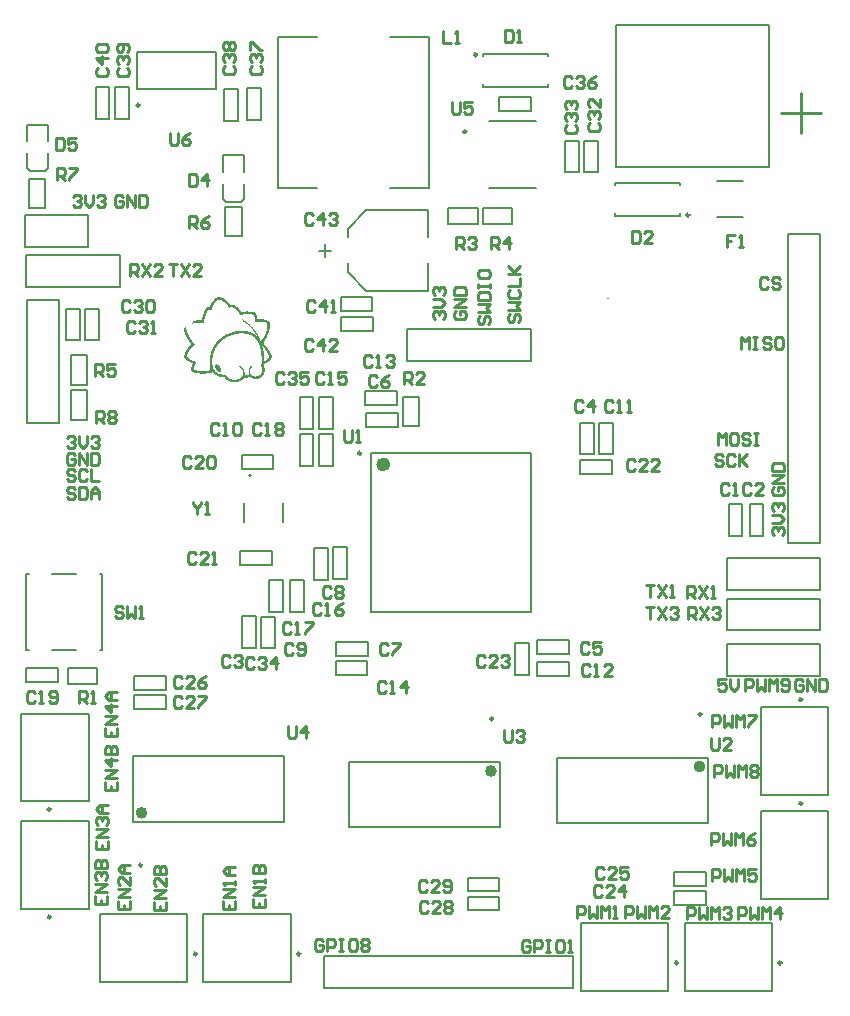
<source format=gbr>
G04*
G04 #@! TF.GenerationSoftware,Altium Limited,Altium Designer,22.9.1 (49)*
G04*
G04 Layer_Color=65535*
%FSTAX24Y24*%
%MOIN*%
G70*
G04*
G04 #@! TF.SameCoordinates,D3726A14-7932-4F0B-9928-97F3702F6CAB*
G04*
G04*
G04 #@! TF.FilePolarity,Positive*
G04*
G01*
G75*
%ADD10C,0.0098*%
%ADD11C,0.0236*%
%ADD12C,0.0197*%
%ADD13C,0.0079*%
%ADD14C,0.0060*%
%ADD15C,0.0050*%
%ADD16C,0.0100*%
G36*
X019821Y02368D02*
X019755D01*
Y023702D01*
X019821D01*
Y02368D01*
D02*
G37*
G36*
X005915Y022856D02*
X005904D01*
Y022859D01*
X005915D01*
Y022856D01*
D02*
G37*
G36*
X005901Y022852D02*
X005894D01*
Y022856D01*
X005901D01*
Y022852D01*
D02*
G37*
G36*
X005719Y022736D02*
X005715D01*
Y022743D01*
X005719D01*
Y022736D01*
D02*
G37*
G36*
X006813Y023746D02*
X006828D01*
Y023743D01*
X006842D01*
Y023739D01*
X006857D01*
Y023736D01*
X006868D01*
Y023732D01*
X006879D01*
Y023728D01*
X00689D01*
Y023725D01*
X006901D01*
Y023721D01*
X006908D01*
Y023717D01*
X006919D01*
Y023714D01*
X006926D01*
Y02371D01*
X006933D01*
Y023706D01*
X00694D01*
Y023703D01*
X006948D01*
Y023699D01*
X006955D01*
Y023696D01*
X006962D01*
Y023692D01*
X00697D01*
Y023688D01*
X006973D01*
Y023685D01*
X00698D01*
Y023681D01*
X006988D01*
Y023677D01*
X006991D01*
Y023674D01*
X006999D01*
Y02367D01*
X007002D01*
Y023666D01*
X00701D01*
Y023663D01*
X007013D01*
Y023659D01*
X007017D01*
Y023656D01*
X007024D01*
Y023652D01*
X007028D01*
Y023648D01*
X007031D01*
Y023645D01*
X007039D01*
Y023641D01*
X007042D01*
Y023637D01*
X007046D01*
Y023634D01*
X00705D01*
Y02363D01*
X007053D01*
Y023626D01*
X007057D01*
Y023623D01*
X00706D01*
Y023619D01*
X007068D01*
Y023616D01*
X007071D01*
Y023612D01*
X007075D01*
Y023608D01*
X007079D01*
Y023605D01*
X007082D01*
Y023601D01*
X007086D01*
Y023597D01*
X00709D01*
Y023594D01*
X007093D01*
Y02359D01*
X007097D01*
Y023586D01*
X0071D01*
Y023583D01*
X007104D01*
Y023579D01*
X007108D01*
Y023572D01*
X007111D01*
Y023568D01*
X007115D01*
Y023565D01*
X007119D01*
Y023561D01*
X007122D01*
Y023557D01*
X007126D01*
Y023554D01*
X00713D01*
Y02355D01*
X007133D01*
Y023546D01*
X007137D01*
Y023543D01*
X00714D01*
Y023536D01*
X007144D01*
Y023532D01*
X007148D01*
Y023528D01*
X007151D01*
Y023525D01*
X007155D01*
Y023521D01*
X007159D01*
Y023514D01*
X007162D01*
Y02351D01*
X007166D01*
Y023506D01*
X00717D01*
Y023503D01*
X007173D01*
Y023499D01*
X007177D01*
Y023492D01*
X00718D01*
Y023488D01*
X007184D01*
Y023485D01*
X007257D01*
Y023481D01*
X007275D01*
Y023477D01*
X007289D01*
Y023474D01*
X0073D01*
Y02347D01*
X007311D01*
Y023466D01*
X007319D01*
Y023463D01*
X007329D01*
Y023459D01*
X007337D01*
Y023456D01*
X007344D01*
Y023452D01*
X007351D01*
Y023448D01*
X007359D01*
Y023445D01*
X007362D01*
Y023441D01*
X007369D01*
Y023437D01*
X007377D01*
Y023434D01*
X00738D01*
Y02343D01*
X007384D01*
Y023427D01*
X007391D01*
Y023423D01*
X007395D01*
Y023419D01*
X007402D01*
Y023416D01*
X007406D01*
Y023412D01*
X007409D01*
Y023408D01*
X007413D01*
Y023405D01*
X00742D01*
Y023401D01*
X007424D01*
Y023397D01*
X007428D01*
Y023394D01*
X007431D01*
Y02339D01*
X007435D01*
Y023387D01*
X007439D01*
Y023383D01*
X007442D01*
Y023379D01*
X007446D01*
Y023376D01*
X007453D01*
Y023372D01*
X007457D01*
Y023368D01*
X00746D01*
Y023365D01*
X007464D01*
Y023357D01*
X007468D01*
Y023354D01*
X007471D01*
Y02335D01*
X007475D01*
Y023347D01*
X007479D01*
Y023343D01*
X007482D01*
Y023339D01*
X007486D01*
Y023336D01*
X007489D01*
Y023332D01*
X007493D01*
Y023328D01*
X007497D01*
Y023321D01*
X0075D01*
Y023317D01*
X007504D01*
Y023314D01*
X007508D01*
Y02331D01*
X007511D01*
Y023303D01*
X007515D01*
Y023299D01*
X007519D01*
Y023296D01*
X007522D01*
Y023288D01*
X007526D01*
Y023285D01*
X007529D01*
Y023281D01*
X007533D01*
Y023274D01*
X007537D01*
Y02327D01*
X00754D01*
Y023263D01*
X007544D01*
Y023259D01*
X007548D01*
Y023252D01*
X007551D01*
Y023248D01*
X007555D01*
Y023241D01*
X007559D01*
Y023234D01*
X007566D01*
Y023237D01*
X007577D01*
Y023241D01*
X007588D01*
Y023245D01*
X007602D01*
Y023248D01*
X00762D01*
Y023252D01*
X007642D01*
Y023256D01*
X007668D01*
Y023259D01*
X007722D01*
Y023263D01*
X007766D01*
Y023259D01*
X007831D01*
Y023256D01*
X007868D01*
Y023252D01*
X007897D01*
Y023248D01*
X007922D01*
Y023245D01*
X007947D01*
Y023241D01*
X007966D01*
Y023237D01*
X007987D01*
Y023234D01*
X008006D01*
Y02323D01*
X00802D01*
Y023227D01*
X008024D01*
Y023223D01*
X008027D01*
Y023216D01*
X008031D01*
Y023212D01*
X008035D01*
Y023205D01*
X008038D01*
Y023197D01*
X008042D01*
Y02319D01*
X008046D01*
Y023183D01*
X008049D01*
Y023176D01*
X008053D01*
Y023165D01*
X008057D01*
Y023154D01*
X00806D01*
Y023143D01*
X008064D01*
Y023128D01*
X008067D01*
Y023114D01*
X008071D01*
Y023096D01*
X008075D01*
Y023074D01*
X008078D01*
Y023045D01*
X008082D01*
Y023005D01*
X008104D01*
Y023008D01*
X008246D01*
Y023005D01*
X008275D01*
Y023001D01*
X008296D01*
Y022998D01*
X008315D01*
Y022994D01*
X008329D01*
Y02299D01*
X008344D01*
Y022987D01*
X008358D01*
Y022983D01*
X008369D01*
Y022979D01*
X00838D01*
Y022976D01*
X008391D01*
Y022972D01*
X008402D01*
Y022968D01*
X008413D01*
Y022965D01*
X00842D01*
Y022961D01*
X008427D01*
Y022958D01*
X008438D01*
Y022954D01*
X008446D01*
Y02295D01*
X008453D01*
Y022947D01*
X00846D01*
Y022943D01*
X008471D01*
Y022939D01*
X008475D01*
Y022936D01*
X008482D01*
Y022932D01*
X008489D01*
Y022928D01*
X008496D01*
Y022925D01*
X008504D01*
Y02291D01*
X008507D01*
Y022758D01*
X008504D01*
Y022725D01*
X0085D01*
Y022699D01*
X008496D01*
Y022678D01*
X008493D01*
Y022659D01*
X008489D01*
Y022641D01*
X008486D01*
Y022627D01*
X008482D01*
Y022612D01*
X008478D01*
Y022598D01*
X008475D01*
Y022583D01*
X008471D01*
Y022572D01*
X008467D01*
Y022561D01*
X008464D01*
Y022547D01*
X00846D01*
Y022536D01*
X008456D01*
Y022525D01*
X008453D01*
Y022518D01*
X008449D01*
Y022507D01*
X008446D01*
Y022496D01*
X008442D01*
Y022489D01*
X008438D01*
Y022478D01*
X008435D01*
Y02247D01*
X008431D01*
Y022463D01*
X008427D01*
Y022452D01*
X008424D01*
Y022445D01*
X00842D01*
Y022438D01*
X008416D01*
Y02243D01*
X008413D01*
Y022423D01*
X008409D01*
Y022416D01*
X008406D01*
Y022409D01*
X008402D01*
Y022401D01*
X008398D01*
Y022394D01*
X008395D01*
Y022387D01*
X008391D01*
Y02238D01*
X008387D01*
Y022376D01*
X008384D01*
Y022369D01*
X00838D01*
Y022361D01*
X008376D01*
Y022358D01*
X008373D01*
Y02235D01*
X008369D01*
Y022343D01*
X008366D01*
Y02234D01*
X008362D01*
Y022332D01*
X008358D01*
Y022329D01*
X008355D01*
Y022321D01*
X008351D01*
Y022318D01*
X008347D01*
Y02231D01*
X008344D01*
Y022307D01*
X00834D01*
Y022303D01*
X008336D01*
Y022296D01*
X008333D01*
Y022292D01*
X008329D01*
Y022289D01*
X008326D01*
Y022281D01*
X008322D01*
Y022278D01*
X008318D01*
Y022274D01*
X008315D01*
Y02226D01*
X008311D01*
Y02219D01*
X008315D01*
Y022161D01*
X008318D01*
Y022158D01*
X008322D01*
Y022154D01*
X008329D01*
Y02215D01*
X008333D01*
Y022147D01*
X008336D01*
Y022143D01*
X00834D01*
Y02214D01*
X008344D01*
Y022136D01*
X008347D01*
Y022132D01*
X008351D01*
Y022129D01*
X008355D01*
Y022125D01*
X008358D01*
Y022121D01*
X008362D01*
Y022118D01*
X008366D01*
Y022114D01*
X008369D01*
Y022111D01*
X008373D01*
Y022107D01*
X008376D01*
Y022103D01*
X00838D01*
Y022096D01*
X008384D01*
Y022092D01*
X008387D01*
Y022089D01*
X008391D01*
Y022085D01*
X008395D01*
Y022081D01*
X008398D01*
Y022078D01*
X008402D01*
Y022074D01*
X008406D01*
Y022067D01*
X008409D01*
Y022063D01*
X008413D01*
Y02206D01*
X008416D01*
Y022056D01*
X00842D01*
Y022052D01*
X008424D01*
Y022045D01*
X008427D01*
Y022041D01*
X008431D01*
Y022038D01*
X008435D01*
Y022031D01*
X008438D01*
Y022027D01*
X008442D01*
Y022023D01*
X008446D01*
Y022016D01*
X008449D01*
Y022012D01*
X008453D01*
Y022005D01*
X008456D01*
Y022001D01*
X00846D01*
Y021994D01*
X008464D01*
Y021991D01*
X008467D01*
Y021983D01*
X008471D01*
Y02198D01*
X008475D01*
Y021972D01*
X008478D01*
Y021969D01*
X008482D01*
Y021961D01*
X008486D01*
Y021958D01*
X008489D01*
Y021951D01*
X008493D01*
Y021943D01*
X008496D01*
Y02194D01*
X0085D01*
Y021932D01*
X008504D01*
Y021925D01*
X008507D01*
Y021918D01*
X008511D01*
Y021911D01*
X008515D01*
Y021907D01*
X008518D01*
Y0219D01*
X008522D01*
Y021892D01*
X008526D01*
Y021885D01*
X008529D01*
Y021878D01*
X008533D01*
Y021867D01*
X008536D01*
Y02186D01*
X00854D01*
Y021852D01*
X008544D01*
Y021845D01*
X008547D01*
Y021834D01*
X008551D01*
Y021827D01*
X008555D01*
Y021816D01*
X008558D01*
Y021809D01*
X008562D01*
Y021798D01*
X008565D01*
Y021787D01*
X008569D01*
Y021776D01*
X008573D01*
Y021765D01*
X008576D01*
Y021754D01*
X00858D01*
Y02174D01*
X008576D01*
Y021729D01*
X008573D01*
Y021722D01*
X008569D01*
Y021714D01*
X008565D01*
Y021707D01*
X008562D01*
Y0217D01*
X008558D01*
Y021692D01*
X008555D01*
Y021685D01*
X008551D01*
Y021682D01*
X008547D01*
Y021674D01*
X008544D01*
Y021671D01*
X00854D01*
Y021663D01*
X008536D01*
Y02166D01*
X008533D01*
Y021656D01*
X008529D01*
Y021652D01*
X008526D01*
Y021645D01*
X008522D01*
Y021642D01*
X008518D01*
Y021638D01*
X008515D01*
Y021634D01*
X008511D01*
Y021631D01*
X008507D01*
Y021627D01*
X008504D01*
Y021623D01*
X0085D01*
Y02162D01*
X008496D01*
Y021616D01*
X008489D01*
Y021612D01*
X008486D01*
Y021609D01*
X008482D01*
Y021605D01*
X008478D01*
Y021602D01*
X008475D01*
Y021598D01*
X008467D01*
Y021594D01*
X008464D01*
Y021591D01*
X008456D01*
Y021587D01*
X008453D01*
Y021583D01*
X008446D01*
Y02158D01*
X008442D01*
Y021576D01*
X008435D01*
Y021572D01*
X008431D01*
Y021569D01*
X008424D01*
Y021565D01*
X008416D01*
Y021562D01*
X008409D01*
Y021558D01*
X008406D01*
Y021554D01*
X008398D01*
Y021551D01*
X008391D01*
Y021547D01*
X008384D01*
Y021543D01*
X008376D01*
Y02154D01*
X008369D01*
Y021536D01*
X008362D01*
Y021532D01*
X008355D01*
Y021529D01*
X008347D01*
Y021525D01*
X00834D01*
Y021522D01*
X008329D01*
Y021518D01*
X008322D01*
Y021514D01*
X008318D01*
Y021511D01*
X008315D01*
Y021489D01*
X008311D01*
Y021467D01*
X008307D01*
Y021449D01*
X008304D01*
Y021438D01*
X008307D01*
Y021431D01*
X008311D01*
Y021423D01*
X008315D01*
Y021413D01*
X008318D01*
Y021405D01*
X008322D01*
Y021391D01*
X008326D01*
Y021376D01*
X008329D01*
Y021358D01*
X008333D01*
Y021325D01*
X008336D01*
Y021278D01*
X008333D01*
Y021249D01*
X008329D01*
Y021234D01*
X008326D01*
Y02122D01*
X008322D01*
Y021209D01*
X008318D01*
Y021198D01*
X008315D01*
Y021187D01*
X008311D01*
Y02118D01*
X008307D01*
Y021173D01*
X008304D01*
Y021165D01*
X0083D01*
Y021158D01*
X008296D01*
Y021154D01*
X008293D01*
Y021147D01*
X008289D01*
Y02114D01*
X008286D01*
Y021136D01*
X008282D01*
Y021133D01*
X008278D01*
Y021125D01*
X008275D01*
Y021122D01*
X008271D01*
Y021118D01*
X008267D01*
Y021111D01*
X008264D01*
Y021107D01*
X00826D01*
Y021104D01*
X008256D01*
Y0211D01*
X008253D01*
Y021096D01*
X008249D01*
Y021093D01*
X008246D01*
Y021089D01*
X008242D01*
Y021085D01*
X008238D01*
Y021082D01*
X008231D01*
Y021078D01*
X008227D01*
Y021074D01*
X008224D01*
Y021071D01*
X00822D01*
Y021067D01*
X008213D01*
Y021064D01*
X008209D01*
Y02106D01*
X008202D01*
Y021056D01*
X008198D01*
Y021053D01*
X008191D01*
Y021049D01*
X008184D01*
Y021045D01*
X00818D01*
Y021042D01*
X008173D01*
Y021038D01*
X008166D01*
Y021034D01*
X008155D01*
Y021031D01*
X008147D01*
Y021027D01*
X008137D01*
Y021024D01*
X008126D01*
Y02102D01*
X008115D01*
Y021016D01*
X008097D01*
Y021013D01*
X008075D01*
Y021009D01*
X008002D01*
Y021013D01*
X00798D01*
Y021016D01*
X007962D01*
Y02102D01*
X007951D01*
Y021024D01*
X00794D01*
Y021027D01*
X007929D01*
Y021031D01*
X007922D01*
Y021034D01*
X007911D01*
Y021038D01*
X007904D01*
Y021042D01*
X007897D01*
Y021045D01*
X007889D01*
Y021049D01*
X007886D01*
Y021053D01*
X007878D01*
Y021056D01*
X007875D01*
Y02106D01*
X007868D01*
Y021064D01*
X007864D01*
Y021067D01*
X007857D01*
Y021071D01*
X007831D01*
Y021067D01*
X007806D01*
Y021064D01*
X007773D01*
Y02106D01*
X007737D01*
Y021056D01*
X007686D01*
Y021053D01*
X00766D01*
Y021045D01*
X007657D01*
Y021042D01*
X007653D01*
Y021038D01*
X007649D01*
Y021034D01*
X007646D01*
Y021027D01*
X007642D01*
Y021024D01*
X007638D01*
Y02102D01*
X007635D01*
Y021016D01*
X007631D01*
Y021013D01*
X007628D01*
Y021009D01*
X007624D01*
Y021005D01*
X007617D01*
Y021002D01*
X007613D01*
Y020998D01*
X007609D01*
Y020994D01*
X007606D01*
Y020991D01*
X007602D01*
Y020987D01*
X007595D01*
Y020984D01*
X007591D01*
Y02098D01*
X007588D01*
Y020976D01*
X00758D01*
Y020973D01*
X007577D01*
Y020969D01*
X007569D01*
Y020965D01*
X007562D01*
Y020962D01*
X007559D01*
Y020958D01*
X007551D01*
Y020954D01*
X007544D01*
Y020951D01*
X007537D01*
Y020947D01*
X007529D01*
Y020944D01*
X007522D01*
Y02094D01*
X007511D01*
Y020936D01*
X007504D01*
Y020933D01*
X007493D01*
Y020929D01*
X007482D01*
Y020925D01*
X007471D01*
Y020922D01*
X00746D01*
Y020918D01*
X007446D01*
Y020914D01*
X007428D01*
Y020911D01*
X007409D01*
Y020907D01*
X00738D01*
Y020904D01*
X007286D01*
Y020907D01*
X007257D01*
Y020911D01*
X007235D01*
Y020914D01*
X00722D01*
Y020918D01*
X007206D01*
Y020922D01*
X007195D01*
Y020925D01*
X00718D01*
Y020929D01*
X007173D01*
Y020933D01*
X007162D01*
Y020936D01*
X007151D01*
Y02094D01*
X007144D01*
Y020944D01*
X007137D01*
Y020947D01*
X00713D01*
Y020951D01*
X007122D01*
Y020954D01*
X007115D01*
Y020958D01*
X007108D01*
Y020962D01*
X0071D01*
Y020965D01*
X007097D01*
Y020969D01*
X00709D01*
Y020973D01*
X007082D01*
Y020976D01*
X007079D01*
Y02098D01*
X007075D01*
Y020984D01*
X007068D01*
Y020987D01*
X007064D01*
Y020991D01*
X00706D01*
Y020994D01*
X007053D01*
Y020998D01*
X00705D01*
Y021002D01*
X007046D01*
Y021005D01*
X007042D01*
Y021009D01*
X007039D01*
Y021013D01*
X007035D01*
Y021016D01*
X007031D01*
Y02102D01*
X007028D01*
Y021024D01*
X007024D01*
Y021027D01*
X00702D01*
Y021031D01*
X007017D01*
Y021034D01*
X007013D01*
Y021042D01*
X00701D01*
Y021045D01*
X007006D01*
Y021049D01*
X007002D01*
Y021053D01*
X006999D01*
Y02106D01*
X006995D01*
Y021064D01*
X006966D01*
Y021067D01*
X00694D01*
Y021071D01*
X006915D01*
Y021074D01*
X006897D01*
Y021078D01*
X006879D01*
Y021082D01*
X006864D01*
Y021085D01*
X00685D01*
Y021089D01*
X006835D01*
Y021093D01*
X006821D01*
Y021096D01*
X00681D01*
Y0211D01*
X006799D01*
Y021104D01*
X006788D01*
Y021107D01*
X006781D01*
Y021111D01*
X00677D01*
Y021114D01*
X006762D01*
Y021118D01*
X006751D01*
Y021122D01*
X006744D01*
Y021125D01*
X006737D01*
Y021129D01*
X00673D01*
Y021133D01*
X006722D01*
Y021136D01*
X006715D01*
Y02114D01*
X006711D01*
Y021144D01*
X006704D01*
Y021147D01*
X006697D01*
Y021151D01*
X006693D01*
Y021154D01*
X006686D01*
Y021158D01*
X006682D01*
Y021162D01*
X006675D01*
Y021165D01*
X006671D01*
Y021169D01*
X006668D01*
Y021173D01*
X006661D01*
Y021176D01*
X006657D01*
Y02118D01*
X006653D01*
Y021184D01*
X00665D01*
Y021187D01*
X006642D01*
Y021191D01*
X006639D01*
Y021194D01*
X006635D01*
Y021198D01*
X006631D01*
Y021202D01*
X006628D01*
Y021205D01*
X006624D01*
Y021209D01*
X006621D01*
Y021213D01*
X006617D01*
Y021216D01*
X006613D01*
Y021223D01*
X00661D01*
Y021227D01*
X006606D01*
Y021231D01*
X006584D01*
Y021227D01*
X006559D01*
Y021223D01*
X006544D01*
Y02122D01*
X006526D01*
Y021216D01*
X006508D01*
Y021213D01*
X00649D01*
Y021209D01*
X006468D01*
Y021205D01*
X006442D01*
Y021202D01*
X006413D01*
Y021198D01*
X006373D01*
Y021194D01*
X006308D01*
Y021191D01*
X006235D01*
Y021194D01*
X00617D01*
Y021198D01*
X006133D01*
Y021202D01*
X006104D01*
Y021205D01*
X006083D01*
Y021209D01*
X006061D01*
Y021213D01*
X006043D01*
Y021216D01*
X006028D01*
Y02122D01*
X006013D01*
Y021223D01*
X005999D01*
Y021227D01*
X005988D01*
Y021231D01*
X005977D01*
Y021234D01*
X005966D01*
Y021238D01*
X005955D01*
Y021242D01*
X005948D01*
Y021245D01*
X005937D01*
Y021249D01*
X00593D01*
Y021253D01*
X005923D01*
Y021256D01*
X005915D01*
Y02126D01*
X005912D01*
Y021263D01*
X005904D01*
Y021267D01*
X005901D01*
Y021274D01*
X005897D01*
Y021278D01*
X005894D01*
Y021285D01*
X00589D01*
Y021293D01*
X005886D01*
Y021303D01*
X005883D01*
Y021358D01*
X005886D01*
Y02138D01*
X00589D01*
Y021394D01*
X005894D01*
Y021409D01*
X005897D01*
Y02142D01*
X005901D01*
Y021431D01*
X005904D01*
Y021442D01*
X005908D01*
Y021453D01*
X005912D01*
Y021463D01*
X005915D01*
Y021474D01*
X005919D01*
Y021485D01*
X005923D01*
Y021493D01*
X005926D01*
Y021503D01*
X00593D01*
Y021514D01*
X005933D01*
Y021522D01*
X005937D01*
Y021532D01*
X005933D01*
Y021536D01*
X005926D01*
Y02154D01*
X005915D01*
Y021543D01*
X005908D01*
Y021547D01*
X005897D01*
Y021551D01*
X00589D01*
Y021554D01*
X005879D01*
Y021558D01*
X005872D01*
Y021562D01*
X005861D01*
Y021565D01*
X005854D01*
Y021569D01*
X005846D01*
Y021572D01*
X005839D01*
Y021576D01*
X005832D01*
Y02158D01*
X005824D01*
Y021583D01*
X005817D01*
Y021587D01*
X00581D01*
Y021591D01*
X005803D01*
Y021594D01*
X005799D01*
Y021598D01*
X005792D01*
Y021602D01*
X005788D01*
Y021605D01*
X005781D01*
Y021609D01*
X005777D01*
Y021612D01*
X00577D01*
Y021616D01*
X005766D01*
Y02162D01*
X005763D01*
Y021623D01*
X005755D01*
Y021627D01*
X005752D01*
Y021631D01*
X005748D01*
Y021634D01*
X005744D01*
Y021638D01*
X005741D01*
Y021642D01*
X005737D01*
Y021645D01*
X00573D01*
Y021649D01*
X005726D01*
Y021652D01*
X005723D01*
Y021656D01*
X005719D01*
Y02166D01*
X005715D01*
Y021663D01*
X005712D01*
Y021667D01*
X005708D01*
Y021671D01*
X005704D01*
Y021674D01*
X005701D01*
Y021678D01*
X005697D01*
Y021682D01*
X005694D01*
Y021685D01*
X00569D01*
Y021689D01*
X005686D01*
Y021692D01*
X005683D01*
Y021696D01*
X005679D01*
Y0217D01*
X005675D01*
Y021707D01*
X005672D01*
Y021711D01*
X005668D01*
Y021714D01*
X005664D01*
Y021718D01*
X005661D01*
Y021722D01*
X005657D01*
Y021725D01*
X005654D01*
Y02174D01*
X00565D01*
Y021776D01*
X005654D01*
Y021802D01*
X005657D01*
Y021816D01*
X005661D01*
Y021831D01*
X005664D01*
Y021841D01*
X005668D01*
Y021852D01*
X005672D01*
Y021863D01*
X005675D01*
Y021871D01*
X005679D01*
Y021881D01*
X005683D01*
Y021889D01*
X005686D01*
Y021896D01*
X00569D01*
Y021907D01*
X005694D01*
Y021914D01*
X005697D01*
Y021921D01*
X005701D01*
Y021929D01*
X005704D01*
Y021936D01*
X005708D01*
Y02194D01*
X005712D01*
Y021947D01*
X005715D01*
Y021954D01*
X005719D01*
Y021961D01*
X005723D01*
Y021969D01*
X005726D01*
Y021972D01*
X00573D01*
Y02198D01*
X005734D01*
Y021983D01*
X005737D01*
Y021991D01*
X005741D01*
Y021994D01*
X005744D01*
Y022001D01*
X005748D01*
Y022005D01*
X005752D01*
Y022012D01*
X005755D01*
Y022016D01*
X005759D01*
Y022023D01*
X005763D01*
Y022027D01*
X005766D01*
Y022031D01*
X00577D01*
Y022038D01*
X005774D01*
Y022041D01*
X005777D01*
Y022045D01*
X005781D01*
Y022049D01*
X005784D01*
Y022056D01*
X005788D01*
Y02206D01*
X005792D01*
Y022063D01*
X005795D01*
Y022067D01*
X005799D01*
Y022074D01*
X005803D01*
Y022078D01*
X005806D01*
Y022081D01*
X00581D01*
Y022085D01*
X005814D01*
Y022089D01*
X005817D01*
Y022092D01*
X005821D01*
Y022096D01*
X005824D01*
Y0221D01*
X005828D01*
Y022103D01*
X005832D01*
Y022111D01*
X005835D01*
Y022114D01*
X005839D01*
Y022118D01*
X005843D01*
Y022121D01*
X005846D01*
Y022125D01*
X00585D01*
Y022129D01*
X005854D01*
Y022132D01*
X005857D01*
Y022136D01*
X005861D01*
Y02214D01*
X005868D01*
Y022143D01*
X005872D01*
Y022147D01*
X005875D01*
Y02215D01*
X005879D01*
Y022154D01*
X005883D01*
Y022158D01*
X005886D01*
Y022165D01*
X005883D01*
Y022172D01*
X005879D01*
Y022176D01*
X005875D01*
Y02218D01*
X005872D01*
Y022187D01*
X005868D01*
Y02219D01*
X005864D01*
Y022198D01*
X005861D01*
Y022201D01*
X005857D01*
Y022205D01*
X005854D01*
Y022212D01*
X00585D01*
Y022216D01*
X005846D01*
Y022223D01*
X005843D01*
Y022227D01*
X005839D01*
Y022234D01*
X005835D01*
Y022238D01*
X005832D01*
Y022245D01*
X005828D01*
Y022249D01*
X005824D01*
Y022256D01*
X005821D01*
Y022263D01*
X005817D01*
Y022267D01*
X005814D01*
Y022274D01*
X00581D01*
Y022278D01*
X005806D01*
Y022285D01*
X005803D01*
Y022292D01*
X005799D01*
Y022296D01*
X005795D01*
Y022303D01*
X005792D01*
Y02231D01*
X005788D01*
Y022314D01*
X005784D01*
Y022321D01*
X005781D01*
Y022329D01*
X005777D01*
Y022332D01*
X005774D01*
Y02234D01*
X00577D01*
Y022347D01*
X005766D01*
Y02235D01*
X005763D01*
Y022358D01*
X005759D01*
Y022365D01*
X005755D01*
Y022372D01*
X005752D01*
Y02238D01*
X005748D01*
Y022383D01*
X005744D01*
Y02239D01*
X005741D01*
Y022398D01*
X005737D01*
Y022405D01*
X005734D01*
Y022412D01*
X00573D01*
Y02242D01*
X005726D01*
Y022427D01*
X005723D01*
Y022434D01*
X005719D01*
Y022441D01*
X005715D01*
Y022449D01*
X005712D01*
Y022456D01*
X005708D01*
Y022467D01*
X005704D01*
Y022474D01*
X005701D01*
Y022481D01*
X005697D01*
Y022489D01*
X005694D01*
Y022496D01*
X00569D01*
Y022507D01*
X005686D01*
Y022514D01*
X005683D01*
Y022525D01*
X005679D01*
Y022532D01*
X005675D01*
Y022543D01*
X005672D01*
Y02255D01*
X005668D01*
Y022561D01*
X005664D01*
Y022572D01*
X005661D01*
Y022583D01*
X005657D01*
Y022594D01*
X005654D01*
Y022605D01*
X00565D01*
Y022619D01*
X005646D01*
Y022634D01*
X005643D01*
Y022652D01*
X005639D01*
Y022681D01*
X005635D01*
Y022718D01*
X005639D01*
Y022725D01*
X005643D01*
Y022721D01*
X005646D01*
Y022725D01*
X005679D01*
Y022729D01*
X005686D01*
Y022725D01*
X00569D01*
Y022729D01*
X005697D01*
Y022725D01*
X005701D01*
Y022729D01*
X005708D01*
Y022725D01*
X005712D01*
Y022732D01*
X005715D01*
Y022699D01*
X005719D01*
Y022674D01*
X005723D01*
Y022659D01*
X005726D01*
Y022645D01*
X00573D01*
Y02263D01*
X005734D01*
Y022619D01*
X005737D01*
Y022609D01*
X005741D01*
Y022598D01*
X005744D01*
Y022587D01*
X005748D01*
Y022576D01*
X005752D01*
Y022569D01*
X005755D01*
Y022558D01*
X005759D01*
Y02255D01*
X005763D01*
Y022539D01*
X005766D01*
Y022532D01*
X00577D01*
Y022525D01*
X005774D01*
Y022518D01*
X005777D01*
Y02251D01*
X005781D01*
Y022499D01*
X005784D01*
Y022492D01*
X005788D01*
Y022485D01*
X005792D01*
Y022478D01*
X005795D01*
Y02247D01*
X005799D01*
Y022463D01*
X005803D01*
Y022456D01*
X005806D01*
Y022449D01*
X00581D01*
Y022441D01*
X005814D01*
Y022434D01*
X005817D01*
Y022427D01*
X005821D01*
Y022423D01*
X005824D01*
Y022416D01*
X005828D01*
Y022409D01*
X005832D01*
Y022401D01*
X005835D01*
Y022394D01*
X005839D01*
Y02239D01*
X005843D01*
Y022383D01*
X005846D01*
Y022376D01*
X00585D01*
Y022369D01*
X005854D01*
Y022365D01*
X005857D01*
Y022358D01*
X005861D01*
Y02235D01*
X005864D01*
Y022347D01*
X005868D01*
Y02234D01*
X005872D01*
Y022332D01*
X005875D01*
Y022329D01*
X005879D01*
Y022321D01*
X005883D01*
Y022318D01*
X005886D01*
Y02231D01*
X00589D01*
Y022303D01*
X005894D01*
Y0223D01*
X005897D01*
Y022292D01*
X005901D01*
Y022289D01*
X005904D01*
Y022281D01*
X005908D01*
Y022278D01*
X005912D01*
Y02227D01*
X005915D01*
Y022267D01*
X005919D01*
Y02226D01*
X005923D01*
Y022256D01*
X005926D01*
Y022249D01*
X00593D01*
Y022245D01*
X005933D01*
Y022241D01*
X005937D01*
Y022234D01*
X005941D01*
Y02223D01*
X005944D01*
Y022223D01*
X005948D01*
Y02222D01*
X005952D01*
Y022216D01*
X005955D01*
Y022209D01*
X005959D01*
Y022205D01*
X005963D01*
Y022201D01*
X005966D01*
Y022198D01*
X00597D01*
Y022194D01*
X005973D01*
Y022187D01*
X005977D01*
Y022183D01*
X005981D01*
Y02218D01*
X005984D01*
Y022176D01*
X005988D01*
Y022172D01*
X005992D01*
Y022169D01*
X005995D01*
Y022165D01*
X005999D01*
Y022161D01*
X006003D01*
Y022154D01*
X006006D01*
Y022147D01*
X006003D01*
Y022143D01*
X005995D01*
Y02214D01*
X005992D01*
Y022136D01*
X005988D01*
Y022132D01*
X005984D01*
Y022129D01*
X005977D01*
Y022125D01*
X005973D01*
Y022121D01*
X00597D01*
Y022118D01*
X005966D01*
Y022114D01*
X005959D01*
Y022111D01*
X005955D01*
Y022107D01*
X005952D01*
Y022103D01*
X005948D01*
Y0221D01*
X005944D01*
Y022096D01*
X005941D01*
Y022092D01*
X005933D01*
Y022089D01*
X00593D01*
Y022085D01*
X005926D01*
Y022081D01*
X005923D01*
Y022078D01*
X005919D01*
Y022074D01*
X005915D01*
Y022071D01*
X005912D01*
Y022067D01*
X005908D01*
Y022063D01*
X005904D01*
Y02206D01*
X005901D01*
Y022056D01*
X005897D01*
Y022052D01*
X005894D01*
Y022049D01*
X00589D01*
Y022045D01*
X005886D01*
Y022041D01*
X005883D01*
Y022034D01*
X005879D01*
Y022031D01*
X005875D01*
Y022027D01*
X005872D01*
Y022023D01*
X005868D01*
Y02202D01*
X005864D01*
Y022016D01*
X005861D01*
Y022012D01*
X005857D01*
Y022005D01*
X005854D01*
Y022001D01*
X00585D01*
Y021998D01*
X005846D01*
Y021994D01*
X005843D01*
Y021987D01*
X005839D01*
Y021983D01*
X005835D01*
Y02198D01*
X005832D01*
Y021972D01*
X005828D01*
Y021969D01*
X005824D01*
Y021961D01*
X005821D01*
Y021958D01*
X005817D01*
Y021951D01*
X005814D01*
Y021947D01*
X00581D01*
Y02194D01*
X005806D01*
Y021936D01*
X005803D01*
Y021929D01*
X005799D01*
Y021925D01*
X005795D01*
Y021918D01*
X005792D01*
Y021911D01*
X005788D01*
Y021903D01*
X005784D01*
Y0219D01*
X005781D01*
Y021892D01*
X005777D01*
Y021885D01*
X005774D01*
Y021878D01*
X00577D01*
Y021871D01*
X005766D01*
Y021863D01*
X005763D01*
Y021852D01*
X005759D01*
Y021845D01*
X005755D01*
Y021838D01*
X005752D01*
Y021827D01*
X005748D01*
Y021816D01*
X005744D01*
Y021805D01*
X005741D01*
Y021787D01*
X005737D01*
Y021758D01*
X005741D01*
Y021754D01*
X005744D01*
Y021751D01*
X005748D01*
Y021747D01*
X005752D01*
Y021743D01*
X005755D01*
Y02174D01*
X005759D01*
Y021736D01*
X005763D01*
Y021732D01*
X005766D01*
Y021729D01*
X00577D01*
Y021725D01*
X005774D01*
Y021722D01*
X005777D01*
Y021718D01*
X005781D01*
Y021714D01*
X005784D01*
Y021711D01*
X005788D01*
Y021707D01*
X005792D01*
Y021703D01*
X005799D01*
Y0217D01*
X005803D01*
Y021696D01*
X005806D01*
Y021692D01*
X00581D01*
Y021689D01*
X005814D01*
Y021685D01*
X005821D01*
Y021682D01*
X005824D01*
Y021678D01*
X005828D01*
Y021674D01*
X005835D01*
Y021671D01*
X005839D01*
Y021667D01*
X005846D01*
Y021663D01*
X005854D01*
Y02166D01*
X005861D01*
Y021656D01*
X005868D01*
Y021652D01*
X005875D01*
Y021649D01*
X005883D01*
Y021645D01*
X00589D01*
Y021642D01*
X005897D01*
Y021638D01*
X005908D01*
Y021634D01*
X005915D01*
Y021631D01*
X005926D01*
Y021627D01*
X005933D01*
Y021623D01*
X005941D01*
Y02162D01*
X005952D01*
Y021616D01*
X005963D01*
Y021612D01*
X00597D01*
Y021609D01*
X005977D01*
Y021605D01*
X005988D01*
Y021602D01*
X005995D01*
Y021598D01*
X006006D01*
Y021594D01*
X006013D01*
Y021591D01*
X006024D01*
Y021587D01*
X006032D01*
Y021583D01*
X006039D01*
Y02158D01*
X006043D01*
Y021569D01*
X006039D01*
Y021554D01*
X006035D01*
Y021543D01*
X006032D01*
Y021532D01*
X006028D01*
Y021522D01*
X006024D01*
Y021514D01*
X006021D01*
Y021503D01*
X006017D01*
Y021493D01*
X006013D01*
Y021485D01*
X00601D01*
Y021474D01*
X006006D01*
Y021467D01*
X006003D01*
Y021456D01*
X005999D01*
Y021445D01*
X005995D01*
Y021438D01*
X005992D01*
Y021427D01*
X005988D01*
Y021416D01*
X005984D01*
Y021405D01*
X005981D01*
Y021394D01*
X005977D01*
Y02138D01*
X005973D01*
Y021365D01*
X00597D01*
Y021351D01*
X005966D01*
Y021325D01*
X005973D01*
Y021322D01*
X005981D01*
Y021318D01*
X005992D01*
Y021314D01*
X006003D01*
Y021311D01*
X006013D01*
Y021307D01*
X006028D01*
Y021303D01*
X006043D01*
Y0213D01*
X006057D01*
Y021296D01*
X006075D01*
Y021293D01*
X006093D01*
Y021289D01*
X006119D01*
Y021285D01*
X006144D01*
Y021282D01*
X006184D01*
Y021278D01*
X006359D01*
Y021282D01*
X006399D01*
Y021285D01*
X006432D01*
Y021289D01*
X006457D01*
Y021293D01*
X006479D01*
Y021296D01*
X006497D01*
Y0213D01*
X006515D01*
Y021303D01*
X00653D01*
Y021307D01*
X006533D01*
Y021311D01*
X00653D01*
Y021314D01*
X006526D01*
Y021318D01*
X006522D01*
Y021322D01*
X006519D01*
Y021325D01*
X006515D01*
Y021333D01*
X006512D01*
Y021354D01*
X006508D01*
Y021398D01*
X006512D01*
Y021394D01*
X006515D01*
Y021391D01*
X006519D01*
Y021387D01*
X006522D01*
Y02138D01*
X00653D01*
Y021383D01*
X006526D01*
Y021394D01*
X006522D01*
Y021409D01*
X006519D01*
Y021427D01*
X006515D01*
Y021449D01*
X006512D01*
Y021474D01*
X006508D01*
Y021507D01*
X006504D01*
Y021682D01*
X006508D01*
Y021718D01*
X006512D01*
Y021747D01*
X006515D01*
Y021772D01*
X006519D01*
Y021791D01*
X006522D01*
Y021809D01*
X006526D01*
Y021827D01*
X00653D01*
Y021841D01*
X006533D01*
Y021856D01*
X006537D01*
Y021871D01*
X006541D01*
Y021881D01*
X006544D01*
Y021896D01*
X006548D01*
Y021907D01*
X006552D01*
Y021918D01*
X006555D01*
Y021929D01*
X006559D01*
Y02194D01*
X006562D01*
Y021947D01*
X006566D01*
Y021958D01*
X00657D01*
Y021969D01*
X006573D01*
Y021976D01*
X006577D01*
Y021983D01*
X006581D01*
Y021994D01*
X006584D01*
Y022001D01*
X006588D01*
Y022009D01*
X006592D01*
Y022016D01*
X006595D01*
Y022023D01*
X006599D01*
Y022031D01*
X006602D01*
Y022038D01*
X006606D01*
Y022045D01*
X00661D01*
Y022052D01*
X006613D01*
Y02206D01*
X006617D01*
Y022067D01*
X006621D01*
Y022074D01*
X006624D01*
Y022081D01*
X006628D01*
Y022089D01*
X006631D01*
Y022092D01*
X006635D01*
Y0221D01*
X006639D01*
Y022107D01*
X006642D01*
Y022111D01*
X006646D01*
Y022118D01*
X00665D01*
Y022125D01*
X006653D01*
Y022129D01*
X006657D01*
Y022136D01*
X006661D01*
Y02214D01*
X006664D01*
Y022147D01*
X006668D01*
Y02215D01*
X006671D01*
Y022158D01*
X006675D01*
Y022161D01*
X006679D01*
Y022169D01*
X006682D01*
Y022172D01*
X006686D01*
Y022176D01*
X00669D01*
Y022183D01*
X006693D01*
Y022187D01*
X006697D01*
Y02219D01*
X006701D01*
Y022198D01*
X006704D01*
Y022201D01*
X006708D01*
Y022205D01*
X006711D01*
Y022212D01*
X006715D01*
Y022216D01*
X006719D01*
Y02222D01*
X006722D01*
Y022223D01*
X006726D01*
Y02223D01*
X00673D01*
Y022234D01*
X006733D01*
Y022238D01*
X006737D01*
Y022241D01*
X006741D01*
Y022245D01*
X006744D01*
Y022249D01*
X006748D01*
Y022256D01*
X006751D01*
Y02226D01*
X006755D01*
Y022263D01*
X006759D01*
Y022267D01*
X006762D01*
Y02227D01*
X006766D01*
Y022274D01*
X00677D01*
Y022278D01*
X006773D01*
Y022281D01*
X006777D01*
Y022285D01*
X006781D01*
Y022289D01*
X006784D01*
Y022292D01*
X006788D01*
Y022296D01*
X006791D01*
Y0223D01*
X006795D01*
Y022303D01*
X006799D01*
Y022307D01*
X006802D01*
Y02231D01*
X006806D01*
Y022314D01*
X00681D01*
Y022318D01*
X006813D01*
Y022321D01*
X006817D01*
Y022325D01*
X006821D01*
Y022329D01*
X006824D01*
Y022332D01*
X006828D01*
Y022336D01*
X006831D01*
Y02234D01*
X006835D01*
Y022343D01*
X006842D01*
Y022347D01*
X006846D01*
Y02235D01*
X00685D01*
Y022354D01*
X006853D01*
Y022358D01*
X006857D01*
Y022361D01*
X006861D01*
Y022365D01*
X006868D01*
Y022369D01*
X006871D01*
Y022372D01*
X006875D01*
Y022376D01*
X006879D01*
Y02238D01*
X006886D01*
Y022383D01*
X00689D01*
Y022387D01*
X006893D01*
Y02239D01*
X006897D01*
Y022394D01*
X006904D01*
Y022398D01*
X006908D01*
Y022401D01*
X006911D01*
Y022405D01*
X006919D01*
Y022409D01*
X006922D01*
Y022412D01*
X00693D01*
Y022416D01*
X006933D01*
Y02242D01*
X006937D01*
Y022423D01*
X006944D01*
Y022427D01*
X006948D01*
Y02243D01*
X006955D01*
Y022434D01*
X006959D01*
Y022438D01*
X006966D01*
Y022441D01*
X006973D01*
Y022445D01*
X006977D01*
Y022449D01*
X006984D01*
Y022452D01*
X006988D01*
Y022456D01*
X006995D01*
Y02246D01*
X007002D01*
Y022463D01*
X007006D01*
Y022467D01*
X007013D01*
Y02247D01*
X00702D01*
Y022474D01*
X007028D01*
Y022478D01*
X007031D01*
Y022481D01*
X007039D01*
Y022485D01*
X007046D01*
Y022489D01*
X007053D01*
Y022492D01*
X00706D01*
Y022496D01*
X007068D01*
Y022499D01*
X007075D01*
Y022503D01*
X007082D01*
Y022507D01*
X00709D01*
Y02251D01*
X007097D01*
Y022514D01*
X007104D01*
Y022518D01*
X007115D01*
Y022521D01*
X007122D01*
Y022525D01*
X00713D01*
Y022529D01*
X007137D01*
Y022532D01*
X007148D01*
Y022536D01*
X007155D01*
Y022539D01*
X007166D01*
Y022543D01*
X007177D01*
Y022547D01*
X007184D01*
Y02255D01*
X007195D01*
Y022554D01*
X007206D01*
Y022558D01*
X007217D01*
Y022561D01*
X007228D01*
Y022565D01*
X007239D01*
Y022569D01*
X007253D01*
Y022572D01*
X007264D01*
Y022576D01*
X007279D01*
Y022579D01*
X007293D01*
Y022583D01*
X007308D01*
Y022587D01*
X007322D01*
Y02259D01*
X00734D01*
Y022594D01*
X007359D01*
Y022598D01*
X00738D01*
Y022601D01*
X007399D01*
Y022605D01*
X007428D01*
Y022609D01*
X007464D01*
Y022612D01*
X007519D01*
Y022616D01*
X007602D01*
Y022612D01*
X00766D01*
Y022609D01*
X007697D01*
Y022605D01*
X007722D01*
Y022601D01*
X007744D01*
Y022598D01*
X007762D01*
Y022594D01*
X00778D01*
Y02259D01*
X007795D01*
Y022587D01*
X007809D01*
Y022583D01*
X007824D01*
Y022579D01*
X007835D01*
Y022576D01*
X007846D01*
Y022572D01*
X007857D01*
Y022569D01*
X007868D01*
Y022565D01*
X007878D01*
Y022561D01*
X007886D01*
Y022558D01*
X007897D01*
Y022554D01*
X007904D01*
Y02255D01*
X007911D01*
Y022547D01*
X007918D01*
Y022543D01*
X007929D01*
Y022539D01*
X007937D01*
Y022536D01*
X007944D01*
Y022532D01*
X007947D01*
Y022529D01*
X007955D01*
Y022525D01*
X007962D01*
Y022521D01*
X007969D01*
Y022518D01*
X007973D01*
Y022514D01*
X00798D01*
Y02251D01*
X007987D01*
Y022507D01*
X007991D01*
Y022503D01*
X007998D01*
Y022499D01*
X008002D01*
Y022496D01*
X008006D01*
Y022492D01*
X008013D01*
Y022489D01*
X008017D01*
Y022485D01*
X00802D01*
Y022481D01*
X008027D01*
Y022478D01*
X008031D01*
Y022474D01*
X008035D01*
Y02247D01*
X008038D01*
Y022467D01*
X008046D01*
Y022463D01*
X008049D01*
Y02246D01*
X008053D01*
Y022456D01*
X008057D01*
Y022452D01*
X00806D01*
Y022449D01*
X008064D01*
Y022445D01*
X008067D01*
Y022441D01*
X008071D01*
Y022438D01*
X008075D01*
Y022434D01*
X008078D01*
Y02243D01*
X008082D01*
Y022438D01*
X008078D01*
Y022441D01*
X008075D01*
Y022449D01*
X008071D01*
Y022456D01*
X008067D01*
Y022463D01*
X008064D01*
Y022467D01*
X00806D01*
Y022474D01*
X008057D01*
Y022481D01*
X008053D01*
Y022489D01*
X008049D01*
Y022492D01*
X008046D01*
Y022499D01*
X008042D01*
Y022507D01*
X008038D01*
Y02251D01*
X008035D01*
Y022518D01*
X008031D01*
Y022525D01*
X008027D01*
Y022529D01*
X008024D01*
Y022536D01*
X00802D01*
Y022539D01*
X008017D01*
Y022547D01*
X008013D01*
Y02255D01*
X008009D01*
Y022558D01*
X008006D01*
Y022561D01*
X008002D01*
Y022569D01*
X007998D01*
Y022572D01*
X007995D01*
Y022576D01*
X007991D01*
Y022583D01*
X007987D01*
Y022587D01*
X007984D01*
Y022594D01*
X00798D01*
Y022598D01*
X007977D01*
Y022601D01*
X007973D01*
Y022609D01*
X007969D01*
Y022612D01*
X007966D01*
Y022616D01*
X007962D01*
Y022623D01*
X007958D01*
Y022627D01*
X007955D01*
Y02263D01*
X007951D01*
Y022634D01*
X007947D01*
Y022641D01*
X007944D01*
Y022645D01*
X00794D01*
Y022649D01*
X007937D01*
Y022652D01*
X007933D01*
Y022659D01*
X007929D01*
Y022663D01*
X007926D01*
Y022667D01*
X007922D01*
Y02267D01*
X007918D01*
Y022674D01*
X007915D01*
Y022681D01*
X007911D01*
Y022685D01*
X007907D01*
Y022689D01*
X007904D01*
Y022692D01*
X0079D01*
Y022696D01*
X007897D01*
Y022699D01*
X007893D01*
Y022703D01*
X007889D01*
Y022707D01*
X007886D01*
Y022714D01*
X007882D01*
Y022718D01*
X007878D01*
Y022721D01*
X007875D01*
Y022725D01*
X007871D01*
Y022729D01*
X007868D01*
Y022732D01*
X007864D01*
Y022736D01*
X00786D01*
Y022739D01*
X007857D01*
Y022743D01*
X007853D01*
Y022747D01*
X007849D01*
Y02275D01*
X007846D01*
Y022754D01*
X007842D01*
Y022758D01*
X007838D01*
Y022761D01*
X007835D01*
Y022765D01*
X007831D01*
Y022769D01*
X007828D01*
Y022772D01*
X007824D01*
Y022776D01*
X00782D01*
Y022779D01*
X007817D01*
Y022783D01*
X007809D01*
Y022787D01*
X007806D01*
Y02279D01*
X007802D01*
Y022794D01*
X007798D01*
Y022798D01*
X007795D01*
Y022801D01*
X007791D01*
Y022805D01*
X007788D01*
Y022808D01*
X007784D01*
Y022812D01*
X00778D01*
Y022816D01*
X007773D01*
Y022819D01*
X007769D01*
Y022823D01*
X007766D01*
Y022827D01*
X007762D01*
Y02283D01*
X007758D01*
Y022834D01*
X007751D01*
Y022838D01*
X007748D01*
Y022841D01*
X007744D01*
Y022845D01*
X00774D01*
Y022848D01*
X007733D01*
Y022852D01*
X007729D01*
Y022856D01*
X007726D01*
Y022859D01*
X007722D01*
Y022863D01*
X007715D01*
Y022867D01*
X007711D01*
Y02287D01*
X007708D01*
Y022874D01*
X0077D01*
Y022878D01*
X007697D01*
Y022881D01*
X007693D01*
Y022885D01*
X007686D01*
Y022888D01*
X007682D01*
Y022892D01*
X007675D01*
Y022896D01*
X007671D01*
Y022899D01*
X007668D01*
Y022903D01*
X00766D01*
Y022907D01*
X007657D01*
Y02291D01*
X007649D01*
Y022914D01*
X007646D01*
Y022918D01*
X007638D01*
Y022921D01*
X007635D01*
Y022925D01*
X007628D01*
Y022928D01*
X00762D01*
Y022932D01*
X007617D01*
Y022936D01*
X007609D01*
Y022939D01*
X007606D01*
Y022943D01*
X007602D01*
Y022947D01*
X007598D01*
Y022958D01*
X007595D01*
Y022965D01*
X007591D01*
Y022972D01*
X007588D01*
Y022979D01*
X007584D01*
Y022987D01*
X00758D01*
Y022994D01*
X007577D01*
Y023001D01*
X007573D01*
Y023005D01*
X00758D01*
Y023001D01*
X007588D01*
Y022998D01*
X007595D01*
Y022994D01*
X007598D01*
Y02299D01*
X007606D01*
Y022987D01*
X007613D01*
Y022983D01*
X00762D01*
Y022979D01*
X007624D01*
Y022976D01*
X007631D01*
Y022972D01*
X007638D01*
Y022968D01*
X007642D01*
Y022965D01*
X007649D01*
Y022961D01*
X007653D01*
Y022958D01*
X00766D01*
Y022954D01*
X007664D01*
Y02295D01*
X007671D01*
Y022947D01*
X007678D01*
Y022943D01*
X007682D01*
Y022939D01*
X007689D01*
Y022936D01*
X007693D01*
Y022932D01*
X007697D01*
Y022928D01*
X007704D01*
Y022925D01*
X007708D01*
Y022921D01*
X007715D01*
Y022918D01*
X007718D01*
Y022914D01*
X007722D01*
Y02291D01*
X007729D01*
Y022907D01*
X007733D01*
Y022903D01*
X007737D01*
Y022899D01*
X007744D01*
Y022896D01*
X007748D01*
Y022892D01*
X007751D01*
Y022888D01*
X007758D01*
Y022885D01*
X007762D01*
Y022881D01*
X007766D01*
Y022878D01*
X007769D01*
Y022874D01*
X007777D01*
Y02287D01*
X00778D01*
Y022867D01*
X007784D01*
Y022863D01*
X007788D01*
Y022859D01*
X007791D01*
Y022856D01*
X007798D01*
Y022852D01*
X007802D01*
Y022848D01*
X007806D01*
Y022845D01*
X007809D01*
Y022841D01*
X007813D01*
Y022838D01*
X00782D01*
Y022834D01*
X007824D01*
Y02283D01*
X007828D01*
Y022827D01*
X007831D01*
Y022823D01*
X007835D01*
Y022819D01*
X007838D01*
Y022816D01*
X007842D01*
Y022812D01*
X007846D01*
Y022808D01*
X007849D01*
Y022805D01*
X007853D01*
Y022801D01*
X007857D01*
Y022798D01*
X00786D01*
Y022794D01*
X007864D01*
Y02279D01*
X007868D01*
Y022787D01*
X007871D01*
Y022783D01*
X007875D01*
Y022779D01*
X007878D01*
Y022776D01*
X007882D01*
Y022772D01*
X007886D01*
Y022769D01*
X007889D01*
Y022765D01*
X007893D01*
Y022761D01*
X007897D01*
Y022758D01*
X0079D01*
Y022754D01*
X007904D01*
Y02275D01*
X007907D01*
Y022747D01*
X007911D01*
Y022743D01*
X007915D01*
Y022739D01*
X007918D01*
Y022736D01*
X007922D01*
Y022732D01*
X007926D01*
Y022729D01*
X007929D01*
Y022725D01*
X007933D01*
Y022718D01*
X007937D01*
Y022714D01*
X00794D01*
Y02271D01*
X007944D01*
Y022707D01*
X007947D01*
Y022703D01*
X007951D01*
Y022699D01*
X007955D01*
Y022692D01*
X007958D01*
Y022689D01*
X007962D01*
Y022685D01*
X007966D01*
Y022681D01*
X007969D01*
Y022678D01*
X007973D01*
Y02267D01*
X007977D01*
Y022667D01*
X00798D01*
Y022663D01*
X007984D01*
Y022659D01*
X007987D01*
Y022652D01*
X007991D01*
Y022649D01*
X007995D01*
Y022645D01*
X007998D01*
Y022641D01*
X008002D01*
Y022634D01*
X008006D01*
Y02263D01*
X008009D01*
Y022623D01*
X008013D01*
Y022619D01*
X008017D01*
Y022616D01*
X00802D01*
Y022609D01*
X008024D01*
Y022605D01*
X008027D01*
Y022601D01*
X008031D01*
Y022594D01*
X008035D01*
Y02259D01*
X008038D01*
Y022583D01*
X008042D01*
Y022579D01*
X008046D01*
Y022572D01*
X008049D01*
Y022569D01*
X008053D01*
Y022561D01*
X008057D01*
Y022558D01*
X00806D01*
Y02255D01*
X008064D01*
Y022547D01*
X008067D01*
Y022539D01*
X008071D01*
Y022532D01*
X008075D01*
Y022529D01*
X008078D01*
Y022521D01*
X008082D01*
Y022514D01*
X008086D01*
Y02251D01*
X008089D01*
Y022503D01*
X008093D01*
Y022496D01*
X008097D01*
Y022489D01*
X0081D01*
Y022485D01*
X008104D01*
Y022478D01*
X008107D01*
Y02247D01*
X008111D01*
Y022463D01*
X008115D01*
Y022456D01*
X008118D01*
Y022452D01*
X008122D01*
Y022445D01*
X008126D01*
Y022438D01*
X008129D01*
Y02243D01*
X008133D01*
Y022423D01*
X008137D01*
Y022416D01*
X00814D01*
Y022405D01*
X008144D01*
Y022398D01*
X008147D01*
Y02239D01*
X008151D01*
Y022383D01*
X008155D01*
Y022376D01*
X008158D01*
Y022369D01*
X008162D01*
Y022358D01*
X008166D01*
Y02235D01*
X008169D01*
Y02234D01*
X008173D01*
Y022332D01*
X008177D01*
Y022321D01*
X00818D01*
Y022314D01*
X008184D01*
Y022303D01*
X008187D01*
Y022292D01*
X008191D01*
Y022285D01*
X008195D01*
Y022274D01*
X008198D01*
Y022263D01*
X008202D01*
Y022252D01*
X008206D01*
Y022241D01*
X008209D01*
Y022234D01*
X008213D01*
Y022223D01*
X008217D01*
Y022216D01*
X00822D01*
Y022205D01*
X008224D01*
Y022198D01*
X008227D01*
Y0223D01*
X008231D01*
Y022307D01*
X008235D01*
Y02231D01*
X008238D01*
Y022314D01*
X008242D01*
Y022318D01*
X008246D01*
Y022321D01*
X008249D01*
Y022325D01*
X008253D01*
Y022332D01*
X008256D01*
Y022336D01*
X00826D01*
Y02234D01*
X008264D01*
Y022347D01*
X008267D01*
Y02235D01*
X008271D01*
Y022354D01*
X008275D01*
Y022361D01*
X008278D01*
Y022365D01*
X008282D01*
Y022369D01*
X008286D01*
Y022376D01*
X008289D01*
Y02238D01*
X008293D01*
Y022387D01*
X008296D01*
Y022394D01*
X0083D01*
Y022398D01*
X008304D01*
Y022405D01*
X008307D01*
Y022412D01*
X008311D01*
Y022416D01*
X008315D01*
Y022423D01*
X008318D01*
Y02243D01*
X008322D01*
Y022438D01*
X008326D01*
Y022445D01*
X008329D01*
Y022452D01*
X008333D01*
Y02246D01*
X008336D01*
Y022467D01*
X00834D01*
Y022474D01*
X008344D01*
Y022481D01*
X008347D01*
Y022489D01*
X008351D01*
Y022496D01*
X008355D01*
Y022507D01*
X008358D01*
Y022514D01*
X008362D01*
Y022525D01*
X008366D01*
Y022532D01*
X008369D01*
Y022543D01*
X008373D01*
Y022554D01*
X008376D01*
Y022565D01*
X00838D01*
Y022576D01*
X008384D01*
Y022587D01*
X008387D01*
Y022598D01*
X008391D01*
Y022612D01*
X008395D01*
Y022623D01*
X008398D01*
Y022638D01*
X008402D01*
Y022652D01*
X008406D01*
Y022667D01*
X008409D01*
Y022689D01*
X008413D01*
Y02271D01*
X008416D01*
Y022736D01*
X00842D01*
Y022769D01*
X008424D01*
Y02287D01*
X008416D01*
Y022874D01*
X008409D01*
Y022878D01*
X008402D01*
Y022881D01*
X008395D01*
Y022885D01*
X008384D01*
Y022888D01*
X008376D01*
Y022892D01*
X008366D01*
Y022896D01*
X008355D01*
Y022899D01*
X008344D01*
Y022903D01*
X008333D01*
Y022907D01*
X008318D01*
Y02291D01*
X008304D01*
Y022914D01*
X008286D01*
Y022918D01*
X008267D01*
Y022921D01*
X008235D01*
Y022925D01*
X008115D01*
Y022921D01*
X008075D01*
Y022918D01*
X008046D01*
Y022914D01*
X008024D01*
Y02291D01*
X007998D01*
Y023038D01*
X007995D01*
Y023063D01*
X007991D01*
Y023085D01*
X007987D01*
Y023103D01*
X007984D01*
Y023118D01*
X00798D01*
Y023128D01*
X007977D01*
Y023139D01*
X007973D01*
Y02315D01*
X007969D01*
Y023154D01*
X007955D01*
Y023157D01*
X007937D01*
Y023161D01*
X007911D01*
Y023165D01*
X007889D01*
Y023168D01*
X00786D01*
Y023172D01*
X00782D01*
Y023176D01*
X007758D01*
Y023179D01*
X007737D01*
Y023176D01*
X007678D01*
Y023172D01*
X007649D01*
Y023168D01*
X007631D01*
Y023165D01*
X007617D01*
Y023161D01*
X007602D01*
Y023157D01*
X007591D01*
Y023154D01*
X00758D01*
Y02315D01*
X007569D01*
Y023147D01*
X007562D01*
Y023143D01*
X007551D01*
Y023139D01*
X007544D01*
Y023136D01*
X007537D01*
Y023132D01*
X007526D01*
Y023128D01*
X007519D01*
Y023132D01*
X007515D01*
Y023139D01*
X007511D01*
Y023147D01*
X007508D01*
Y023157D01*
X007504D01*
Y023165D01*
X0075D01*
Y023172D01*
X007497D01*
Y023179D01*
X007493D01*
Y023187D01*
X007489D01*
Y023194D01*
X007486D01*
Y023197D01*
X007482D01*
Y023205D01*
X007479D01*
Y023212D01*
X007475D01*
Y023216D01*
X007471D01*
Y023223D01*
X007468D01*
Y023227D01*
X007464D01*
Y02323D01*
X00746D01*
Y023237D01*
X007457D01*
Y023241D01*
X007453D01*
Y023245D01*
X007449D01*
Y023252D01*
X007446D01*
Y023256D01*
X007442D01*
Y023259D01*
X007439D01*
Y023267D01*
X007435D01*
Y02327D01*
X007431D01*
Y023274D01*
X007428D01*
Y023277D01*
X007424D01*
Y023281D01*
X00742D01*
Y023285D01*
X007417D01*
Y023288D01*
X007413D01*
Y023296D01*
X007409D01*
Y023299D01*
X007406D01*
Y023303D01*
X007402D01*
Y023307D01*
X007399D01*
Y02331D01*
X007395D01*
Y023314D01*
X007391D01*
Y023317D01*
X007388D01*
Y023321D01*
X007384D01*
Y023325D01*
X00738D01*
Y023328D01*
X007373D01*
Y023332D01*
X007369D01*
Y023336D01*
X007366D01*
Y023339D01*
X007362D01*
Y023343D01*
X007359D01*
Y023347D01*
X007351D01*
Y02335D01*
X007348D01*
Y023354D01*
X007344D01*
Y023357D01*
X007337D01*
Y023361D01*
X007333D01*
Y023365D01*
X007326D01*
Y023368D01*
X007322D01*
Y023372D01*
X007315D01*
Y023376D01*
X007308D01*
Y023379D01*
X0073D01*
Y023383D01*
X007293D01*
Y023387D01*
X007286D01*
Y02339D01*
X007275D01*
Y023394D01*
X007264D01*
Y023397D01*
X00725D01*
Y023401D01*
X007199D01*
Y023397D01*
X007184D01*
Y023394D01*
X007173D01*
Y02339D01*
X007159D01*
Y023387D01*
X007155D01*
Y02339D01*
X007151D01*
Y023394D01*
X007148D01*
Y023397D01*
X007144D01*
Y023405D01*
X00714D01*
Y023408D01*
X007137D01*
Y023412D01*
X007133D01*
Y023416D01*
X00713D01*
Y023423D01*
X007126D01*
Y023427D01*
X007122D01*
Y02343D01*
X007119D01*
Y023434D01*
X007115D01*
Y023441D01*
X007111D01*
Y023445D01*
X007108D01*
Y023448D01*
X007104D01*
Y023452D01*
X0071D01*
Y023459D01*
X007097D01*
Y023463D01*
X007093D01*
Y023466D01*
X00709D01*
Y02347D01*
X007086D01*
Y023474D01*
X007082D01*
Y023481D01*
X007079D01*
Y023485D01*
X007075D01*
Y023488D01*
X007071D01*
Y023492D01*
X007068D01*
Y023496D01*
X007064D01*
Y023499D01*
X00706D01*
Y023503D01*
X007057D01*
Y023506D01*
X007053D01*
Y023514D01*
X00705D01*
Y023517D01*
X007046D01*
Y023521D01*
X007042D01*
Y023525D01*
X007039D01*
Y023528D01*
X007035D01*
Y023532D01*
X007031D01*
Y023536D01*
X007028D01*
Y023539D01*
X007024D01*
Y023543D01*
X00702D01*
Y023546D01*
X007017D01*
Y02355D01*
X007013D01*
Y023554D01*
X00701D01*
Y023557D01*
X007002D01*
Y023561D01*
X006999D01*
Y023565D01*
X006995D01*
Y023568D01*
X006991D01*
Y023572D01*
X006988D01*
Y023576D01*
X006984D01*
Y023579D01*
X006977D01*
Y023583D01*
X006973D01*
Y023586D01*
X00697D01*
Y02359D01*
X006966D01*
Y023594D01*
X006959D01*
Y023597D01*
X006955D01*
Y023601D01*
X006948D01*
Y023605D01*
X006944D01*
Y023608D01*
X006937D01*
Y023612D01*
X006933D01*
Y023616D01*
X006926D01*
Y023619D01*
X006919D01*
Y023623D01*
X006911D01*
Y023626D01*
X006904D01*
Y02363D01*
X006897D01*
Y023634D01*
X00689D01*
Y023637D01*
X006882D01*
Y023641D01*
X006871D01*
Y023645D01*
X006861D01*
Y023648D01*
X006853D01*
Y023652D01*
X006842D01*
Y023656D01*
X006828D01*
Y023659D01*
X006813D01*
Y023663D01*
X006806D01*
Y023659D01*
X006799D01*
Y023656D01*
X006791D01*
Y023652D01*
X006784D01*
Y023648D01*
X006773D01*
Y023645D01*
X00677D01*
Y023641D01*
X006762D01*
Y023637D01*
X006759D01*
Y023634D01*
X006751D01*
Y02363D01*
X006748D01*
Y023626D01*
X006744D01*
Y023623D01*
X006737D01*
Y023619D01*
X006733D01*
Y023616D01*
X00673D01*
Y023612D01*
X006726D01*
Y023608D01*
X006722D01*
Y023605D01*
X006719D01*
Y023601D01*
X006715D01*
Y023597D01*
X006711D01*
Y023594D01*
X006708D01*
Y02359D01*
X006704D01*
Y023586D01*
X006701D01*
Y023583D01*
X006697D01*
Y023579D01*
X006693D01*
Y023576D01*
X00669D01*
Y023568D01*
X006686D01*
Y023565D01*
X006682D01*
Y023561D01*
X006679D01*
Y023557D01*
X006675D01*
Y02355D01*
X006671D01*
Y023546D01*
X006668D01*
Y023539D01*
X006664D01*
Y023536D01*
X006661D01*
Y023532D01*
X006657D01*
Y023525D01*
X006653D01*
Y023517D01*
X00665D01*
Y023514D01*
X006646D01*
Y023506D01*
X006642D01*
Y023503D01*
X006639D01*
Y023496D01*
X006635D01*
Y023488D01*
X006631D01*
Y023481D01*
X006628D01*
Y023477D01*
X006624D01*
Y02347D01*
X006621D01*
Y023463D01*
X006617D01*
Y023456D01*
X006613D01*
Y023448D01*
X00661D01*
Y023441D01*
X006606D01*
Y023434D01*
X006602D01*
Y023423D01*
X006599D01*
Y023419D01*
X006595D01*
Y023408D01*
X006592D01*
Y023401D01*
X006588D01*
Y02339D01*
X006584D01*
Y023383D01*
X006581D01*
Y023372D01*
X006577D01*
Y023361D01*
X006573D01*
Y02335D01*
X00657D01*
Y023339D01*
X006566D01*
Y023328D01*
X006562D01*
Y023317D01*
X006559D01*
Y023303D01*
X006555D01*
Y023292D01*
X006544D01*
Y023296D01*
X006533D01*
Y023299D01*
X006522D01*
Y023303D01*
X006512D01*
Y023307D01*
X006501D01*
Y02331D01*
X006493D01*
Y023314D01*
X006482D01*
Y023317D01*
X006475D01*
Y023321D01*
X006464D01*
Y023325D01*
X006461D01*
Y023321D01*
X006457D01*
Y023317D01*
X006453D01*
Y023314D01*
X00645D01*
Y02331D01*
X006446D01*
Y023303D01*
X006442D01*
Y023299D01*
X006439D01*
Y023292D01*
X006435D01*
Y023288D01*
X006432D01*
Y023281D01*
X006428D01*
Y023277D01*
X006424D01*
Y02327D01*
X006421D01*
Y023263D01*
X006417D01*
Y023256D01*
X006413D01*
Y023248D01*
X00641D01*
Y023241D01*
X006406D01*
Y023234D01*
X006402D01*
Y023227D01*
X006399D01*
Y023219D01*
X006395D01*
Y023212D01*
X006392D01*
Y023201D01*
X006388D01*
Y023194D01*
X006384D01*
Y023187D01*
X006381D01*
Y023176D01*
X006377D01*
Y023168D01*
X006373D01*
Y023157D01*
X00637D01*
Y023147D01*
X006366D01*
Y023139D01*
X006362D01*
Y023128D01*
X006359D01*
Y023118D01*
X006355D01*
Y023107D01*
X006352D01*
Y023096D01*
X006348D01*
Y023081D01*
X006344D01*
Y02307D01*
X006341D01*
Y023059D01*
X006337D01*
Y023045D01*
X006333D01*
Y02303D01*
X00633D01*
Y023019D01*
X006326D01*
Y023005D01*
X006322D01*
Y02299D01*
X006319D01*
Y022976D01*
X006315D01*
Y022961D01*
X006312D01*
Y022947D01*
X006308D01*
Y022928D01*
X006304D01*
Y022914D01*
X006301D01*
Y022896D01*
X006297D01*
Y022892D01*
X006159D01*
Y022888D01*
X006093D01*
Y022885D01*
X006061D01*
Y022881D01*
X006032D01*
Y022878D01*
X006006D01*
Y022874D01*
X005984D01*
Y02287D01*
X005963D01*
Y022867D01*
X005944D01*
Y022863D01*
X00593D01*
Y022859D01*
X005915D01*
Y022863D01*
X005919D01*
Y02287D01*
X005923D01*
Y022878D01*
X005926D01*
Y022885D01*
X00593D01*
Y022896D01*
X005926D01*
Y022899D01*
X00593D01*
Y022914D01*
X005933D01*
Y022939D01*
X00593D01*
Y022943D01*
X005937D01*
Y022947D01*
X005952D01*
Y02295D01*
X00597D01*
Y022954D01*
X005988D01*
Y022958D01*
X006006D01*
Y022961D01*
X006028D01*
Y022965D01*
X006057D01*
Y022968D01*
X00609D01*
Y022972D01*
X006141D01*
Y022976D01*
X006232D01*
Y02299D01*
X006235D01*
Y023005D01*
X006239D01*
Y023019D01*
X006243D01*
Y023034D01*
X006246D01*
Y023045D01*
X00625D01*
Y023059D01*
X006253D01*
Y023074D01*
X006257D01*
Y023085D01*
X006261D01*
Y023096D01*
X006264D01*
Y02311D01*
X006268D01*
Y023121D01*
X006272D01*
Y023132D01*
X006275D01*
Y023143D01*
X006279D01*
Y023154D01*
X006282D01*
Y023165D01*
X006286D01*
Y023176D01*
X00629D01*
Y023183D01*
X006293D01*
Y023194D01*
X006297D01*
Y023201D01*
X006301D01*
Y023212D01*
X006304D01*
Y023219D01*
X006308D01*
Y02323D01*
X006312D01*
Y023237D01*
X006315D01*
Y023245D01*
X006319D01*
Y023256D01*
X006322D01*
Y023263D01*
X006326D01*
Y02327D01*
X00633D01*
Y023277D01*
X006333D01*
Y023285D01*
X006337D01*
Y023292D01*
X006341D01*
Y023299D01*
X006344D01*
Y023307D01*
X006348D01*
Y023314D01*
X006352D01*
Y023317D01*
X006355D01*
Y023325D01*
X006359D01*
Y023332D01*
X006362D01*
Y023336D01*
X006366D01*
Y023343D01*
X00637D01*
Y023347D01*
X006373D01*
Y023354D01*
X006377D01*
Y023357D01*
X006381D01*
Y023361D01*
X006384D01*
Y023365D01*
X006388D01*
Y023372D01*
X006392D01*
Y023376D01*
X006395D01*
Y023379D01*
X006399D01*
Y023383D01*
X006402D01*
Y023387D01*
X006406D01*
Y02339D01*
X006413D01*
Y023394D01*
X006417D01*
Y023397D01*
X006421D01*
Y023401D01*
X006428D01*
Y023405D01*
X006435D01*
Y023408D01*
X006479D01*
Y023405D01*
X00649D01*
Y023401D01*
X006501D01*
Y023408D01*
X006504D01*
Y023419D01*
X006508D01*
Y023427D01*
X006512D01*
Y023437D01*
X006515D01*
Y023445D01*
X006519D01*
Y023452D01*
X006522D01*
Y023459D01*
X006526D01*
Y023466D01*
X00653D01*
Y023477D01*
X006533D01*
Y023485D01*
X006537D01*
Y023492D01*
X006541D01*
Y023499D01*
X006544D01*
Y023506D01*
X006548D01*
Y023514D01*
X006552D01*
Y023517D01*
X006555D01*
Y023525D01*
X006559D01*
Y023532D01*
X006562D01*
Y023539D01*
X006566D01*
Y023543D01*
X00657D01*
Y02355D01*
X006573D01*
Y023557D01*
X006577D01*
Y023561D01*
X006581D01*
Y023568D01*
X006584D01*
Y023572D01*
X006588D01*
Y023579D01*
X006592D01*
Y023583D01*
X006595D01*
Y02359D01*
X006599D01*
Y023594D01*
X006602D01*
Y023597D01*
X006606D01*
Y023605D01*
X00661D01*
Y023608D01*
X006613D01*
Y023612D01*
X006617D01*
Y023619D01*
X006621D01*
Y023623D01*
X006624D01*
Y023626D01*
X006628D01*
Y02363D01*
X006631D01*
Y023634D01*
X006635D01*
Y023641D01*
X006639D01*
Y023645D01*
X006642D01*
Y023648D01*
X006646D01*
Y023652D01*
X00665D01*
Y023656D01*
X006653D01*
Y023659D01*
X006657D01*
Y023663D01*
X006661D01*
Y023666D01*
X006664D01*
Y02367D01*
X006668D01*
Y023674D01*
X006671D01*
Y023677D01*
X006679D01*
Y023681D01*
X006682D01*
Y023685D01*
X006686D01*
Y023688D01*
X00669D01*
Y023692D01*
X006693D01*
Y023696D01*
X006701D01*
Y023699D01*
X006704D01*
Y023703D01*
X006711D01*
Y023706D01*
X006715D01*
Y02371D01*
X006722D01*
Y023714D01*
X006726D01*
Y023717D01*
X006733D01*
Y023721D01*
X006741D01*
Y023725D01*
X006748D01*
Y023728D01*
X006755D01*
Y023732D01*
X006762D01*
Y023736D01*
X00677D01*
Y023739D01*
X006781D01*
Y023743D01*
X006791D01*
Y023746D01*
X006806D01*
Y02375D01*
X006813D01*
Y023746D01*
D02*
G37*
%LPC*%
G36*
X008264Y0221D02*
X00826D01*
Y022085D01*
X008264D01*
Y022071D01*
X008267D01*
Y022056D01*
X008271D01*
Y022041D01*
X008275D01*
Y022027D01*
X008278D01*
Y022009D01*
X008282D01*
Y021991D01*
X008286D01*
Y021972D01*
X008289D01*
Y021951D01*
X008293D01*
Y021929D01*
X008296D01*
Y021907D01*
X0083D01*
Y021878D01*
X008304D01*
Y021852D01*
X008307D01*
Y02182D01*
X008311D01*
Y021783D01*
X008315D01*
Y021736D01*
X008318D01*
Y021682D01*
X008322D01*
Y021609D01*
X008326D01*
Y021612D01*
X008333D01*
Y021616D01*
X00834D01*
Y02162D01*
X008347D01*
Y021623D01*
X008355D01*
Y021627D01*
X008362D01*
Y021631D01*
X008369D01*
Y021634D01*
X008376D01*
Y021638D01*
X00838D01*
Y021642D01*
X008387D01*
Y021645D01*
X008391D01*
Y021649D01*
X008398D01*
Y021652D01*
X008406D01*
Y021656D01*
X008409D01*
Y02166D01*
X008413D01*
Y021663D01*
X00842D01*
Y021667D01*
X008424D01*
Y021671D01*
X008427D01*
Y021674D01*
X008435D01*
Y021678D01*
X008438D01*
Y021682D01*
X008442D01*
Y021685D01*
X008446D01*
Y021689D01*
X008449D01*
Y021692D01*
X008453D01*
Y021696D01*
X008456D01*
Y0217D01*
X00846D01*
Y021703D01*
X008464D01*
Y021707D01*
X008467D01*
Y021714D01*
X008471D01*
Y021718D01*
X008475D01*
Y021725D01*
X008478D01*
Y021729D01*
X008482D01*
Y021736D01*
X008486D01*
Y021743D01*
X008489D01*
Y021762D01*
X008486D01*
Y021772D01*
X008482D01*
Y02178D01*
X008478D01*
Y021791D01*
X008475D01*
Y021798D01*
X008471D01*
Y021809D01*
X008467D01*
Y021816D01*
X008464D01*
Y021823D01*
X00846D01*
Y021831D01*
X008456D01*
Y021841D01*
X008453D01*
Y021849D01*
X008449D01*
Y021856D01*
X008446D01*
Y021863D01*
X008442D01*
Y021871D01*
X008438D01*
Y021874D01*
X008435D01*
Y021881D01*
X008431D01*
Y021889D01*
X008427D01*
Y021896D01*
X008424D01*
Y021903D01*
X00842D01*
Y021907D01*
X008416D01*
Y021914D01*
X008413D01*
Y021918D01*
X008409D01*
Y021925D01*
X008406D01*
Y021932D01*
X008402D01*
Y021936D01*
X008398D01*
Y021943D01*
X008395D01*
Y021947D01*
X008391D01*
Y021954D01*
X008387D01*
Y021958D01*
X008384D01*
Y021961D01*
X00838D01*
Y021969D01*
X008376D01*
Y021972D01*
X008373D01*
Y02198D01*
X008369D01*
Y021983D01*
X008366D01*
Y021987D01*
X008362D01*
Y021994D01*
X008358D01*
Y021998D01*
X008355D01*
Y022001D01*
X008351D01*
Y022005D01*
X008347D01*
Y022012D01*
X008344D01*
Y022016D01*
X00834D01*
Y02202D01*
X008336D01*
Y022023D01*
X008333D01*
Y022027D01*
X008329D01*
Y022031D01*
X008326D01*
Y022038D01*
X008322D01*
Y022041D01*
X008318D01*
Y022045D01*
X008315D01*
Y022049D01*
X008311D01*
Y022052D01*
X008307D01*
Y022056D01*
X008304D01*
Y02206D01*
X0083D01*
Y022063D01*
X008296D01*
Y022067D01*
X008293D01*
Y022071D01*
X008289D01*
Y022074D01*
X008286D01*
Y022078D01*
X008282D01*
Y022081D01*
X008278D01*
Y022085D01*
X008275D01*
Y022089D01*
X008271D01*
Y022092D01*
X008267D01*
Y022096D01*
X008264D01*
Y0221D01*
D02*
G37*
G36*
X007635Y022529D02*
X007486D01*
Y022525D01*
X007446D01*
Y022521D01*
X00742D01*
Y022518D01*
X007395D01*
Y022514D01*
X007373D01*
Y02251D01*
X007355D01*
Y022507D01*
X007337D01*
Y022503D01*
X007322D01*
Y022499D01*
X007308D01*
Y022496D01*
X007297D01*
Y022492D01*
X007282D01*
Y022489D01*
X007271D01*
Y022485D01*
X007257D01*
Y022481D01*
X007246D01*
Y022478D01*
X007235D01*
Y022474D01*
X007224D01*
Y02247D01*
X007217D01*
Y022467D01*
X007206D01*
Y022463D01*
X007195D01*
Y02246D01*
X007188D01*
Y022456D01*
X007177D01*
Y022452D01*
X00717D01*
Y022449D01*
X007162D01*
Y022445D01*
X007151D01*
Y022441D01*
X007144D01*
Y022438D01*
X007137D01*
Y022434D01*
X00713D01*
Y02243D01*
X007119D01*
Y022427D01*
X007111D01*
Y022423D01*
X007104D01*
Y02242D01*
X007097D01*
Y022416D01*
X00709D01*
Y022412D01*
X007086D01*
Y022409D01*
X007079D01*
Y022405D01*
X007071D01*
Y022401D01*
X007064D01*
Y022398D01*
X007057D01*
Y022394D01*
X007053D01*
Y02239D01*
X007046D01*
Y022387D01*
X007039D01*
Y022383D01*
X007035D01*
Y02238D01*
X007028D01*
Y022376D01*
X00702D01*
Y022372D01*
X007017D01*
Y022369D01*
X00701D01*
Y022365D01*
X007006D01*
Y022361D01*
X006999D01*
Y022358D01*
X006995D01*
Y022354D01*
X006988D01*
Y02235D01*
X006984D01*
Y022347D01*
X006977D01*
Y022343D01*
X006973D01*
Y02234D01*
X00697D01*
Y022336D01*
X006962D01*
Y022332D01*
X006959D01*
Y022329D01*
X006955D01*
Y022325D01*
X006948D01*
Y022321D01*
X006944D01*
Y022318D01*
X00694D01*
Y022314D01*
X006933D01*
Y02231D01*
X00693D01*
Y022307D01*
X006926D01*
Y022303D01*
X006922D01*
Y0223D01*
X006915D01*
Y022296D01*
X006911D01*
Y022292D01*
X006908D01*
Y022289D01*
X006904D01*
Y022285D01*
X006901D01*
Y022281D01*
X006897D01*
Y022278D01*
X00689D01*
Y022274D01*
X006886D01*
Y02227D01*
X006882D01*
Y022267D01*
X006879D01*
Y022263D01*
X006875D01*
Y02226D01*
X006871D01*
Y022256D01*
X006868D01*
Y022252D01*
X006864D01*
Y022249D01*
X006861D01*
Y022245D01*
X006857D01*
Y022241D01*
X006853D01*
Y022238D01*
X00685D01*
Y022234D01*
X006846D01*
Y02223D01*
X006842D01*
Y022227D01*
X006839D01*
Y022223D01*
X006835D01*
Y02222D01*
X006831D01*
Y022216D01*
X006828D01*
Y022212D01*
X006824D01*
Y022209D01*
X006821D01*
Y022205D01*
X006817D01*
Y022198D01*
X006813D01*
Y022194D01*
X00681D01*
Y02219D01*
X006806D01*
Y022187D01*
X006802D01*
Y022183D01*
X006799D01*
Y02218D01*
X006795D01*
Y022172D01*
X006791D01*
Y022169D01*
X006788D01*
Y022165D01*
X006784D01*
Y022161D01*
X006781D01*
Y022154D01*
X006777D01*
Y02215D01*
X006773D01*
Y022147D01*
X00677D01*
Y022143D01*
X006766D01*
Y022136D01*
X006762D01*
Y022132D01*
X006759D01*
Y022129D01*
X006755D01*
Y022121D01*
X006751D01*
Y022118D01*
X006748D01*
Y022111D01*
X006744D01*
Y022107D01*
X006741D01*
Y0221D01*
X006737D01*
Y022096D01*
X006733D01*
Y022089D01*
X00673D01*
Y022085D01*
X006726D01*
Y022078D01*
X006722D01*
Y022074D01*
X006719D01*
Y022067D01*
X006715D01*
Y02206D01*
X006711D01*
Y022056D01*
X006708D01*
Y022049D01*
X006704D01*
Y022041D01*
X006701D01*
Y022034D01*
X006697D01*
Y022031D01*
X006693D01*
Y022023D01*
X00669D01*
Y022016D01*
X006686D01*
Y022009D01*
X006682D01*
Y022001D01*
X006679D01*
Y021994D01*
X006675D01*
Y021987D01*
X006671D01*
Y02198D01*
X006668D01*
Y021969D01*
X006664D01*
Y021961D01*
X006661D01*
Y021954D01*
X006657D01*
Y021943D01*
X006653D01*
Y021936D01*
X00665D01*
Y021925D01*
X006646D01*
Y021918D01*
X006642D01*
Y021907D01*
X006639D01*
Y021896D01*
X006635D01*
Y021885D01*
X006631D01*
Y021874D01*
X006628D01*
Y021863D01*
X006624D01*
Y021852D01*
X006621D01*
Y021838D01*
X006617D01*
Y021823D01*
X006613D01*
Y021809D01*
X00661D01*
Y021794D01*
X006606D01*
Y021776D01*
X006602D01*
Y021758D01*
X006599D01*
Y021729D01*
X006595D01*
Y021703D01*
X006592D01*
Y021663D01*
X006588D01*
Y02166D01*
X006592D01*
Y021652D01*
X006588D01*
Y021529D01*
X006592D01*
Y021522D01*
X006588D01*
Y021518D01*
X006592D01*
Y021485D01*
X006595D01*
Y021463D01*
X006599D01*
Y021442D01*
X006602D01*
Y021423D01*
X006606D01*
Y021409D01*
X00661D01*
Y021398D01*
X006613D01*
Y021387D01*
X006617D01*
Y021376D01*
X006621D01*
Y021365D01*
X006624D01*
Y021358D01*
X006628D01*
Y021351D01*
X006631D01*
Y021343D01*
X006635D01*
Y021336D01*
X006639D01*
Y021329D01*
X006642D01*
Y021322D01*
X006646D01*
Y021314D01*
X00665D01*
Y021311D01*
X006653D01*
Y021303D01*
X006657D01*
Y0213D01*
X006661D01*
Y021293D01*
X006664D01*
Y021289D01*
X006668D01*
Y021285D01*
X006671D01*
Y021278D01*
X006675D01*
Y021274D01*
X006679D01*
Y021271D01*
X006682D01*
Y021267D01*
X006686D01*
Y021263D01*
X00669D01*
Y02126D01*
X006693D01*
Y021256D01*
X006697D01*
Y021253D01*
X006701D01*
Y021249D01*
X006708D01*
Y021245D01*
X006711D01*
Y021242D01*
X006715D01*
Y021238D01*
X006719D01*
Y021234D01*
X006726D01*
Y021231D01*
X00673D01*
Y021227D01*
X006737D01*
Y021223D01*
X006741D01*
Y02122D01*
X006748D01*
Y021216D01*
X006755D01*
Y021213D01*
X006759D01*
Y021209D01*
X006766D01*
Y021205D01*
X006773D01*
Y021202D01*
X006781D01*
Y021198D01*
X006791D01*
Y021194D01*
X006799D01*
Y021191D01*
X006806D01*
Y021187D01*
X006817D01*
Y021184D01*
X006828D01*
Y02118D01*
X006839D01*
Y021176D01*
X00685D01*
Y021173D01*
X006864D01*
Y021169D01*
X006879D01*
Y021165D01*
X006893D01*
Y021162D01*
X006911D01*
Y021158D01*
X00693D01*
Y021154D01*
X006955D01*
Y021151D01*
X006977D01*
Y021147D01*
X007006D01*
Y021144D01*
X00701D01*
Y021147D01*
X007013D01*
Y021144D01*
X007042D01*
Y02114D01*
X007046D01*
Y021133D01*
X00705D01*
Y021129D01*
X007053D01*
Y021122D01*
X007057D01*
Y021118D01*
X00706D01*
Y021114D01*
X007064D01*
Y021107D01*
X007068D01*
Y021104D01*
X007071D01*
Y0211D01*
X007075D01*
Y021093D01*
X007079D01*
Y021089D01*
X007082D01*
Y021085D01*
X007086D01*
Y021082D01*
X00709D01*
Y021078D01*
X007093D01*
Y021074D01*
X007097D01*
Y021071D01*
X0071D01*
Y021067D01*
X007104D01*
Y021064D01*
X007108D01*
Y02106D01*
X007111D01*
Y021056D01*
X007119D01*
Y021053D01*
X007122D01*
Y021049D01*
X00713D01*
Y021045D01*
X007133D01*
Y021042D01*
X00714D01*
Y021038D01*
X007144D01*
Y021034D01*
X007151D01*
Y021031D01*
X007159D01*
Y021027D01*
X007166D01*
Y021024D01*
X007173D01*
Y02102D01*
X00718D01*
Y021016D01*
X007188D01*
Y021013D01*
X007199D01*
Y021009D01*
X00721D01*
Y021005D01*
X00722D01*
Y021002D01*
X007231D01*
Y020998D01*
X00725D01*
Y020994D01*
X007268D01*
Y020991D01*
X007304D01*
Y020987D01*
X007362D01*
Y020991D01*
X007399D01*
Y020994D01*
X007417D01*
Y020998D01*
X007431D01*
Y021002D01*
X007446D01*
Y021005D01*
X007457D01*
Y021009D01*
X007468D01*
Y021013D01*
X007475D01*
Y021016D01*
X007486D01*
Y02102D01*
X007493D01*
Y021024D01*
X0075D01*
Y021027D01*
X007508D01*
Y021031D01*
X007515D01*
Y021034D01*
X007519D01*
Y021038D01*
X007526D01*
Y021042D01*
X007533D01*
Y021045D01*
X007537D01*
Y021049D01*
X00754D01*
Y021053D01*
X007548D01*
Y021056D01*
X007551D01*
Y02106D01*
X007555D01*
Y021064D01*
X007562D01*
Y021067D01*
X007566D01*
Y021071D01*
X007569D01*
Y021074D01*
X007573D01*
Y021078D01*
X007577D01*
Y021082D01*
X00758D01*
Y021085D01*
X007584D01*
Y021093D01*
X007588D01*
Y021096D01*
X007591D01*
Y0211D01*
X007595D01*
Y021107D01*
X007598D01*
Y021114D01*
X007602D01*
Y021125D01*
X007606D01*
Y021136D01*
X007609D01*
Y021154D01*
X007613D01*
Y021231D01*
X007609D01*
Y021253D01*
X007606D01*
Y021267D01*
X007602D01*
Y021278D01*
X007598D01*
Y021289D01*
X007595D01*
Y021296D01*
X007591D01*
Y021303D01*
X007588D01*
Y021314D01*
X007584D01*
Y021318D01*
X00758D01*
Y021325D01*
X007577D01*
Y021333D01*
X007573D01*
Y021336D01*
X007569D01*
Y021343D01*
X007566D01*
Y021347D01*
X007562D01*
Y021351D01*
X007559D01*
Y021354D01*
X007555D01*
Y021358D01*
X007551D01*
Y021362D01*
X007548D01*
Y021365D01*
X007544D01*
Y021369D01*
X00754D01*
Y021373D01*
X007537D01*
Y021376D01*
X007533D01*
Y02138D01*
X007526D01*
Y021383D01*
X007522D01*
Y021387D01*
X007515D01*
Y021391D01*
X007508D01*
Y021394D01*
X007497D01*
Y021398D01*
X007482D01*
Y021402D01*
X007468D01*
Y021453D01*
X007486D01*
Y021449D01*
X007504D01*
Y021445D01*
X007515D01*
Y021442D01*
X007526D01*
Y021438D01*
X007533D01*
Y021434D01*
X00754D01*
Y021431D01*
X007548D01*
Y021427D01*
X007551D01*
Y021423D01*
X007559D01*
Y02142D01*
X007562D01*
Y021416D01*
X007566D01*
Y021413D01*
X007573D01*
Y021409D01*
X007577D01*
Y021405D01*
X00758D01*
Y021402D01*
X007584D01*
Y021398D01*
X007588D01*
Y021394D01*
X007591D01*
Y021391D01*
X007595D01*
Y021387D01*
X007598D01*
Y021383D01*
X007602D01*
Y021376D01*
X007606D01*
Y021373D01*
X007609D01*
Y021369D01*
X007613D01*
Y021362D01*
X007617D01*
Y021358D01*
X00762D01*
Y021351D01*
X007624D01*
Y021343D01*
X007628D01*
Y02134D01*
X007631D01*
Y021333D01*
X007635D01*
Y021325D01*
X007638D01*
Y021314D01*
X007642D01*
Y021307D01*
X007646D01*
Y021296D01*
X007649D01*
Y021285D01*
X007653D01*
Y021274D01*
X007657D01*
Y02126D01*
X00766D01*
Y021238D01*
X007664D01*
Y021205D01*
X007668D01*
Y02118D01*
X007664D01*
Y021144D01*
X00766D01*
Y021136D01*
X007671D01*
Y02114D01*
X007722D01*
Y021144D01*
X007766D01*
Y021147D01*
X007795D01*
Y021151D01*
X007817D01*
Y021154D01*
X007824D01*
Y021162D01*
X00782D01*
Y021169D01*
X007817D01*
Y021176D01*
X007813D01*
Y021184D01*
X007809D01*
Y021194D01*
X007806D01*
Y021205D01*
X007802D01*
Y02122D01*
X007798D01*
Y021234D01*
X007795D01*
Y021314D01*
X007798D01*
Y021329D01*
X007802D01*
Y021343D01*
X007806D01*
Y021354D01*
X007809D01*
Y021362D01*
X007813D01*
Y021369D01*
X007817D01*
Y021376D01*
X00782D01*
Y021383D01*
X007824D01*
Y021391D01*
X007828D01*
Y021394D01*
X007831D01*
Y021402D01*
X007835D01*
Y021405D01*
X007838D01*
Y021409D01*
X007842D01*
Y021413D01*
X007846D01*
Y02142D01*
X007849D01*
Y021423D01*
X007853D01*
Y021427D01*
X007857D01*
Y021431D01*
X007864D01*
Y021434D01*
X007868D01*
Y021438D01*
X007871D01*
Y021442D01*
X007875D01*
Y021445D01*
X007882D01*
Y021449D01*
X007886D01*
Y021445D01*
X007889D01*
Y021442D01*
X007893D01*
Y021434D01*
X007897D01*
Y021431D01*
X0079D01*
Y021423D01*
X007904D01*
Y02142D01*
X007907D01*
Y021413D01*
X007911D01*
Y021405D01*
X007907D01*
Y021402D01*
X007904D01*
Y021398D01*
X007897D01*
Y021394D01*
X007893D01*
Y021391D01*
X007889D01*
Y021387D01*
X007886D01*
Y021383D01*
X007882D01*
Y02138D01*
X007878D01*
Y021373D01*
X007875D01*
Y021369D01*
X007871D01*
Y021362D01*
X007868D01*
Y021358D01*
X007864D01*
Y021351D01*
X00786D01*
Y021343D01*
X007857D01*
Y021336D01*
X007853D01*
Y021325D01*
X007849D01*
Y021311D01*
X007846D01*
Y021238D01*
X007849D01*
Y021223D01*
X007853D01*
Y021213D01*
X007857D01*
Y021202D01*
X00786D01*
Y021194D01*
X007864D01*
Y021187D01*
X007868D01*
Y02118D01*
X007871D01*
Y021173D01*
X007875D01*
Y021169D01*
X007878D01*
Y021162D01*
X007882D01*
Y021158D01*
X007886D01*
Y021154D01*
X007889D01*
Y021151D01*
X007893D01*
Y021147D01*
X007897D01*
Y021144D01*
X0079D01*
Y02114D01*
X007904D01*
Y021136D01*
X007911D01*
Y021133D01*
X007915D01*
Y021129D01*
X007922D01*
Y021125D01*
X007926D01*
Y021122D01*
X007933D01*
Y021118D01*
X00794D01*
Y021114D01*
X007947D01*
Y021111D01*
X007955D01*
Y021107D01*
X007966D01*
Y021104D01*
X007977D01*
Y0211D01*
X007987D01*
Y021096D01*
X008006D01*
Y021093D01*
X00806D01*
Y021096D01*
X008086D01*
Y0211D01*
X0081D01*
Y021104D01*
X008111D01*
Y021107D01*
X008118D01*
Y021111D01*
X008129D01*
Y021114D01*
X008137D01*
Y021118D01*
X008144D01*
Y021122D01*
X008147D01*
Y021125D01*
X008155D01*
Y021129D01*
X008158D01*
Y021133D01*
X008166D01*
Y021136D01*
X008169D01*
Y02114D01*
X008173D01*
Y021144D01*
X00818D01*
Y021147D01*
X008184D01*
Y021151D01*
X008187D01*
Y021154D01*
X008191D01*
Y021158D01*
X008195D01*
Y021162D01*
X008198D01*
Y021165D01*
X008202D01*
Y021169D01*
X008206D01*
Y021176D01*
X008209D01*
Y02118D01*
X008213D01*
Y021184D01*
X008217D01*
Y021191D01*
X00822D01*
Y021198D01*
X008224D01*
Y021202D01*
X008227D01*
Y021209D01*
X008231D01*
Y021216D01*
X008235D01*
Y021227D01*
X008238D01*
Y021234D01*
X008242D01*
Y021249D01*
X008246D01*
Y021263D01*
X008249D01*
Y021307D01*
X008253D01*
Y021311D01*
X008249D01*
Y021347D01*
X008246D01*
Y021362D01*
X008242D01*
Y021376D01*
X008238D01*
Y021387D01*
X008235D01*
Y021394D01*
X008231D01*
Y021402D01*
X008227D01*
Y021409D01*
X008224D01*
Y021416D01*
X00822D01*
Y021423D01*
X008217D01*
Y021431D01*
X008213D01*
Y021434D01*
X008217D01*
Y021449D01*
X00822D01*
Y021463D01*
X008224D01*
Y021478D01*
X008227D01*
Y0215D01*
X008231D01*
Y021522D01*
X008235D01*
Y021565D01*
X008238D01*
Y02166D01*
X008235D01*
Y021671D01*
X008238D01*
Y021674D01*
X008235D01*
Y021722D01*
X008231D01*
Y021765D01*
X008227D01*
Y021805D01*
X008224D01*
Y021834D01*
X00822D01*
Y021867D01*
X008217D01*
Y021892D01*
X008213D01*
Y021918D01*
X008209D01*
Y02194D01*
X008206D01*
Y021958D01*
X008202D01*
Y02198D01*
X008198D01*
Y021998D01*
X008195D01*
Y022012D01*
X008191D01*
Y022027D01*
X008187D01*
Y022041D01*
X008184D01*
Y022056D01*
X00818D01*
Y022071D01*
X008177D01*
Y022085D01*
X008173D01*
Y022096D01*
X008169D01*
Y022107D01*
X008166D01*
Y022118D01*
X008162D01*
Y022129D01*
X008158D01*
Y02214D01*
X008155D01*
Y02215D01*
X008151D01*
Y022161D01*
X008147D01*
Y022169D01*
X008144D01*
Y02218D01*
X00814D01*
Y022187D01*
X008137D01*
Y022198D01*
X008133D01*
Y022205D01*
X008129D01*
Y022212D01*
X008126D01*
Y02222D01*
X008122D01*
Y022227D01*
X008118D01*
Y022234D01*
X008115D01*
Y022241D01*
X008111D01*
Y022249D01*
X008107D01*
Y022256D01*
X008104D01*
Y022263D01*
X0081D01*
Y02227D01*
X008097D01*
Y022274D01*
X008093D01*
Y022281D01*
X008089D01*
Y022285D01*
X008086D01*
Y022292D01*
X008082D01*
Y0223D01*
X008078D01*
Y022303D01*
X008075D01*
Y022307D01*
X008071D01*
Y022314D01*
X008067D01*
Y022318D01*
X008064D01*
Y022325D01*
X00806D01*
Y022329D01*
X008057D01*
Y022332D01*
X008053D01*
Y022336D01*
X008049D01*
Y022343D01*
X008046D01*
Y022347D01*
X008042D01*
Y02235D01*
X008038D01*
Y022354D01*
X008035D01*
Y022358D01*
X008031D01*
Y022361D01*
X008027D01*
Y022365D01*
X008024D01*
Y022369D01*
X00802D01*
Y022372D01*
X008017D01*
Y02238D01*
X008009D01*
Y022383D01*
X008006D01*
Y02239D01*
X007998D01*
Y022394D01*
X007995D01*
Y022398D01*
X007991D01*
Y022401D01*
X007987D01*
Y022405D01*
X007984D01*
Y022409D01*
X007977D01*
Y022412D01*
X007973D01*
Y022416D01*
X007969D01*
Y02242D01*
X007966D01*
Y022423D01*
X007958D01*
Y022427D01*
X007955D01*
Y02243D01*
X007947D01*
Y022434D01*
X007944D01*
Y022438D01*
X007937D01*
Y022441D01*
X007933D01*
Y022445D01*
X007926D01*
Y022449D01*
X007918D01*
Y022452D01*
X007911D01*
Y022456D01*
X007907D01*
Y02246D01*
X0079D01*
Y022463D01*
X007893D01*
Y022467D01*
X007886D01*
Y02247D01*
X007875D01*
Y022474D01*
X007868D01*
Y022478D01*
X00786D01*
Y022481D01*
X007849D01*
Y022485D01*
X007838D01*
Y022489D01*
X007828D01*
Y022492D01*
X007817D01*
Y022496D01*
X007806D01*
Y022499D01*
X007795D01*
Y022503D01*
X00778D01*
Y022507D01*
X007766D01*
Y02251D01*
X007748D01*
Y022514D01*
X007729D01*
Y022518D01*
X007708D01*
Y022521D01*
X007675D01*
Y022525D01*
X007635D01*
Y022529D01*
D02*
G37*
%LPD*%
G36*
X006751Y021493D02*
X006759D01*
Y021489D01*
X006766D01*
Y021485D01*
X006773D01*
Y021482D01*
X006777D01*
Y021478D01*
X006784D01*
Y021474D01*
X006788D01*
Y021471D01*
X006791D01*
Y021467D01*
X006795D01*
Y021463D01*
X006799D01*
Y02146D01*
X006802D01*
Y021456D01*
X006806D01*
Y021453D01*
X00681D01*
Y021449D01*
X006813D01*
Y021445D01*
X006817D01*
Y021442D01*
X006821D01*
Y021434D01*
X006824D01*
Y021431D01*
X006828D01*
Y021427D01*
X006831D01*
Y02142D01*
X006835D01*
Y021413D01*
X006839D01*
Y021409D01*
X006842D01*
Y021402D01*
X006846D01*
Y021394D01*
X00685D01*
Y021387D01*
X006853D01*
Y021376D01*
X006857D01*
Y021369D01*
X006861D01*
Y021358D01*
X006864D01*
Y021343D01*
X006868D01*
Y021325D01*
X006871D01*
Y021285D01*
X006868D01*
Y021274D01*
X006864D01*
Y021263D01*
X006861D01*
Y02126D01*
X006857D01*
Y021256D01*
X006853D01*
Y021253D01*
X00685D01*
Y021249D01*
X006842D01*
Y021245D01*
X006831D01*
Y021242D01*
X006821D01*
Y021245D01*
X006806D01*
Y021249D01*
X006795D01*
Y021253D01*
X006788D01*
Y021256D01*
X006784D01*
Y02126D01*
X006777D01*
Y021263D01*
X006773D01*
Y021267D01*
X00677D01*
Y021271D01*
X006766D01*
Y021274D01*
X006762D01*
Y021278D01*
X006755D01*
Y021285D01*
X006751D01*
Y021289D01*
X006748D01*
Y021293D01*
X006744D01*
Y021296D01*
X006741D01*
Y0213D01*
X006737D01*
Y021303D01*
X006733D01*
Y021311D01*
X00673D01*
Y021314D01*
X006726D01*
Y021322D01*
X006722D01*
Y021325D01*
X006719D01*
Y021333D01*
X006715D01*
Y02134D01*
X006711D01*
Y021347D01*
X006708D01*
Y021354D01*
X006704D01*
Y021362D01*
X006701D01*
Y021373D01*
X006697D01*
Y021383D01*
X006693D01*
Y021394D01*
X00669D01*
Y021413D01*
X006686D01*
Y021456D01*
X00669D01*
Y021467D01*
X006693D01*
Y021478D01*
X006697D01*
Y021482D01*
X006701D01*
Y021485D01*
X006704D01*
Y021489D01*
X006708D01*
Y021493D01*
X006715D01*
Y021496D01*
X006751D01*
Y021493D01*
D02*
G37*
D10*
X015411Y031822D02*
G03*
X015411Y031822I-000049J0D01*
G01*
X011548Y018538D02*
G03*
X011548Y018538I-000049J0D01*
G01*
X015055Y02926D02*
G03*
X015055Y02926I-000049J0D01*
G01*
X004249Y004807D02*
G03*
X004249Y004807I-000049J0D01*
G01*
X022488Y026478D02*
G03*
X022488Y026478I-000049J0D01*
G01*
X026249Y006865D02*
G03*
X026249Y006865I-000049J0D01*
G01*
X004161Y030146D02*
G03*
X004161Y030146I-000049J0D01*
G01*
X022899Y009836D02*
G03*
X022899Y009836I-000049J0D01*
G01*
X022103Y00155D02*
G03*
X022103Y00155I-000049J0D01*
G01*
X02556D02*
G03*
X02556Y00155I-000049J0D01*
G01*
X026249Y01033D02*
G03*
X026249Y01033I-000049J0D01*
G01*
X00952Y00185D02*
G03*
X00952Y00185I-000049J0D01*
G01*
X015949Y009686D02*
G03*
X015949Y009686I-000049J0D01*
G01*
X006064Y00185D02*
G03*
X006064Y00185I-000049J0D01*
G01*
X001199Y003085D02*
G03*
X001199Y003085I-000049J0D01*
G01*
Y006669D02*
G03*
X001199Y006669I-000049J0D01*
G01*
D11*
X012404Y018164D02*
G03*
X012404Y018164I-000118J0D01*
G01*
D12*
X004324Y00655D02*
G03*
X004324Y00655I-000098J0D01*
G01*
X022923Y008093D02*
G03*
X022923Y008093I-000098J0D01*
G01*
X015973Y007943D02*
G03*
X015973Y007943I-000098J0D01*
G01*
D13*
X007883Y017805D02*
G03*
X007883Y017805I-000039J0D01*
G01*
X025145Y028088D02*
Y032812D01*
X020055Y028088D02*
Y032812D01*
Y028088D02*
X025145D01*
X020055Y032812D02*
X025145D01*
X015617Y031851D02*
X017783D01*
X015617Y030749D02*
X017783D01*
X015617Y031763D02*
Y031851D01*
X017783Y031763D02*
Y031851D01*
X015617Y030749D02*
Y030837D01*
X017783Y030749D02*
Y030837D01*
X011893Y013243D02*
X017207D01*
X011893Y018557D02*
X017207D01*
Y013243D02*
Y018557D01*
X011893Y013243D02*
Y018557D01*
X015813Y029622D02*
X017387D01*
X015813Y027378D02*
X017387D01*
X00393Y006255D02*
X00897D01*
Y008431D01*
X00393D02*
X00897D01*
X00393Y006255D02*
Y008431D01*
X02341Y0276D02*
X02429D01*
X02341Y02641D02*
X02429D01*
X020017Y026449D02*
X022183D01*
X020017Y027551D02*
X022183D01*
Y026449D02*
Y026537D01*
X020017Y026449D02*
Y026537D01*
X022183Y027463D02*
Y027551D01*
X020017Y027463D02*
Y027551D01*
X024861Y006599D02*
X027125D01*
X024861Y003685D02*
Y006599D01*
Y003685D02*
X027125D01*
Y006599D01*
X012511Y03242D02*
X01382D01*
X00878D02*
X010089D01*
X00878Y02738D02*
Y03242D01*
X012511Y02738D02*
X01382D01*
X00878D02*
X010089D01*
X01382D02*
Y03242D01*
X011722Y026639D02*
X013789D01*
Y025733D02*
Y026639D01*
X011111Y025733D02*
Y026028D01*
X011722Y026639D01*
X011111Y024572D02*
X011722Y023961D01*
X011111Y024572D02*
Y024867D01*
X013789Y023961D02*
Y024867D01*
X011722Y023961D02*
X013789D01*
X006726Y03069D02*
Y03191D01*
X004088Y03069D02*
Y03191D01*
X006726D01*
X004088Y03069D02*
X006726D01*
X01808Y008388D02*
X02312D01*
X01808Y006212D02*
Y008388D01*
Y006212D02*
X02312D01*
Y008388D01*
X021788Y000625D02*
Y002889D01*
X018875D02*
X021788D01*
X018875Y000625D02*
Y002889D01*
Y000625D02*
X021788D01*
X026859Y01112D02*
Y01218D01*
X023741D02*
X026859D01*
X023741Y01112D02*
Y01218D01*
Y01112D02*
X026859D01*
X025245Y000625D02*
Y002889D01*
X022332D02*
X025245D01*
X022332Y000625D02*
Y002889D01*
Y000625D02*
X025245D01*
X024861Y010065D02*
X027125D01*
X024861Y007151D02*
Y010065D01*
Y007151D02*
X027125D01*
Y010065D01*
X009205Y000925D02*
Y003189D01*
X006292D02*
X009205D01*
X006292Y000925D02*
Y003189D01*
Y000925D02*
X009205D01*
X01113Y008238D02*
X01617D01*
X01113Y006062D02*
Y008238D01*
Y006062D02*
X01617D01*
Y008238D01*
X010312Y000719D02*
Y001781D01*
Y000719D02*
X018608D01*
Y001781D01*
X010312D02*
X018608D01*
X005749Y000925D02*
Y003189D01*
X002835D02*
X005749D01*
X002835Y000925D02*
Y003189D01*
Y000925D02*
X005749D01*
X000225Y003351D02*
X002489D01*
Y006265D01*
X000225D02*
X002489D01*
X000225Y003351D02*
Y006265D01*
Y006935D02*
X002489D01*
Y009849D01*
X000225D02*
X002489D01*
X000225Y006935D02*
Y009849D01*
X00895Y016254D02*
Y016884D01*
X00765Y016254D02*
Y016884D01*
X001256Y01199D02*
X002044D01*
X001256Y01451D02*
X002044D01*
X00039Y01199D02*
X000469D01*
X00039Y01451D02*
X000469D01*
X002831Y01199D02*
X00291D01*
X002831Y01451D02*
X00291D01*
X00039Y01199D02*
Y01451D01*
X00291Y01199D02*
Y01451D01*
X013091Y02162D02*
Y02268D01*
Y02162D02*
X017209D01*
Y02268D01*
X013091D02*
X017209D01*
X025768Y015557D02*
X026832D01*
Y025852D01*
X025768D02*
X026832D01*
X025768Y015557D02*
Y025852D01*
X00042Y019541D02*
X00148D01*
Y023659D01*
X00042D02*
X00148D01*
X00042Y019541D02*
Y023659D01*
X026859Y01397D02*
Y01503D01*
X023741D02*
X026859D01*
X023741Y01397D02*
Y01503D01*
Y01397D02*
X026859D01*
X000391Y02407D02*
Y02513D01*
Y02407D02*
X003509D01*
Y02513D01*
X000391D02*
X003509D01*
X002459Y025407D02*
Y026466D01*
X000341D02*
X002459D01*
X000341Y025407D02*
Y026466D01*
Y025407D02*
X002459D01*
X026859Y012634D02*
Y013693D01*
X023741D02*
X026859D01*
X023741Y012634D02*
Y013693D01*
Y012634D02*
X026859D01*
D14*
X01043Y014325D02*
Y015315D01*
X00997Y014325D02*
X01043D01*
X00997D02*
Y015384D01*
X01043D01*
Y015315D02*
Y015384D01*
X011062Y01434D02*
Y01533D01*
X010602Y01434D02*
X011062D01*
X010602D02*
Y015399D01*
X011062D01*
Y01533D02*
Y015399D01*
X01622Y03041D02*
X01721D01*
Y02995D02*
Y03041D01*
X016151Y02995D02*
X01721D01*
X016151D02*
Y03041D01*
X01622D01*
X015602Y026174D02*
X016584D01*
X015602D02*
Y02672D01*
X016584D01*
Y026174D02*
Y02672D01*
X01834Y02797D02*
Y02896D01*
X0188D01*
Y027901D02*
Y02896D01*
X01834Y027901D02*
X0188D01*
X01834D02*
Y02797D01*
X01899D02*
Y02896D01*
X01945D01*
Y027901D02*
Y02896D01*
X01899Y027901D02*
X01945D01*
X01899D02*
Y02797D01*
X01446Y026174D02*
X015442D01*
X01446D02*
Y02672D01*
X015442D01*
Y026174D02*
Y02672D01*
X010701Y011598D02*
X01077D01*
X010701Y011138D02*
Y011598D01*
Y011138D02*
X01176D01*
Y011598D01*
X01077D02*
X01176D01*
X010725Y01223D02*
X010795D01*
X010725Y01177D02*
Y01223D01*
Y01177D02*
X011785D01*
Y01223D01*
X010795D02*
X011785D01*
X009172Y01332D02*
Y01431D01*
X009632D01*
Y013251D02*
Y01431D01*
X009172Y013251D02*
X009632D01*
X009172D02*
Y01332D01*
X00849Y013251D02*
Y01332D01*
Y013251D02*
X00895D01*
Y01431D01*
X00849D02*
X00895D01*
X00849Y01332D02*
Y01431D01*
X008222Y012031D02*
Y012101D01*
Y012031D02*
X008682D01*
Y013091D01*
X008222D02*
X008682D01*
X008222Y012101D02*
Y013091D01*
X00759Y012051D02*
Y01212D01*
Y012051D02*
X00805D01*
Y01311D01*
X00759D02*
X00805D01*
X00759Y01212D02*
Y01311D01*
X018406Y01112D02*
X018475D01*
Y01158D01*
X017416D02*
X018475D01*
X017416Y01112D02*
Y01158D01*
Y01112D02*
X018406D01*
Y01184D02*
X018475D01*
Y0123D01*
X017416D02*
X018475D01*
X017416Y01184D02*
Y0123D01*
Y01184D02*
X018406D01*
X01669Y011151D02*
Y01122D01*
Y011151D02*
X01715D01*
Y01221D01*
X01669D02*
X01715D01*
X01669Y01122D02*
Y01221D01*
X012715Y01942D02*
X012784D01*
Y01988D01*
X011725D02*
X012784D01*
X011725Y01942D02*
Y01988D01*
Y01942D02*
X012715D01*
X012944Y020428D02*
X01349D01*
X012944Y019445D02*
Y020428D01*
Y019445D02*
X01349D01*
Y020428D01*
X011855Y02327D02*
X011925D01*
Y02373D01*
X010865D02*
X011925D01*
X010865Y02327D02*
Y02373D01*
Y02327D02*
X011855D01*
X011865Y02262D02*
X011934D01*
Y02308D01*
X010875D02*
X011934D01*
X010875Y02262D02*
Y02308D01*
Y02262D02*
X011865D01*
X000474Y026708D02*
X00102D01*
Y02769D01*
X000474D02*
X00102D01*
X000474Y026708D02*
Y02769D01*
X007024Y025776D02*
X00757D01*
Y026758D01*
X007024D02*
X00757D01*
X007024Y025776D02*
Y026758D01*
X00316Y03068D02*
Y030749D01*
X0027D02*
X00316D01*
X0027Y02969D02*
Y030749D01*
Y02969D02*
X00316D01*
Y03068D01*
X00381D02*
Y030749D01*
X00335D02*
X00381D01*
X00335Y02969D02*
Y030749D01*
Y02969D02*
X00381D01*
Y03068D01*
X00743Y030615D02*
Y030684D01*
X00697D02*
X00743D01*
X00697Y029625D02*
Y030684D01*
Y029625D02*
X00743D01*
Y030615D01*
X00821Y03063D02*
Y030699D01*
X00775D02*
X00821D01*
X00775Y02964D02*
Y030699D01*
Y02964D02*
X00821D01*
Y03063D01*
X021975Y00458D02*
X022045D01*
X021975Y00412D02*
Y00458D01*
Y00412D02*
X023035D01*
Y00458D01*
X022045D02*
X023035D01*
X021975Y00393D02*
X022045D01*
X021975Y00347D02*
Y00393D01*
Y00347D02*
X023035D01*
Y00393D01*
X022045D02*
X023035D01*
X015101Y004392D02*
X01517D01*
X015101Y003932D02*
Y004392D01*
Y003932D02*
X01616D01*
Y004392D01*
X01517D02*
X01616D01*
X015101Y00376D02*
X01517D01*
X015101Y0033D02*
Y00376D01*
Y0033D02*
X01616D01*
Y00376D01*
X01517D02*
X01616D01*
X00498Y010025D02*
X005049D01*
Y010485D01*
X00399D02*
X005049D01*
X00399Y010025D02*
Y010485D01*
Y010025D02*
X00498D01*
Y010656D02*
X005049D01*
Y011116D01*
X00399D02*
X005049D01*
X00399Y010656D02*
Y011116D01*
Y010656D02*
X00498D01*
X001772Y010832D02*
Y011378D01*
Y010832D02*
X002755D01*
Y011378D01*
X001772D02*
X002755D01*
X007525Y015282D02*
X007595D01*
X007525Y014822D02*
Y015282D01*
Y014822D02*
X008585D01*
Y015282D01*
X007595D02*
X008585D01*
X008555Y01802D02*
X008625D01*
Y01848D01*
X007565D02*
X008625D01*
X007565Y01802D02*
Y01848D01*
Y01802D02*
X008555D01*
X000375Y011372D02*
X000445D01*
X000375Y010912D02*
Y011372D01*
Y010912D02*
X001435D01*
Y011372D01*
X000445D02*
X001435D01*
X01983Y01784D02*
X019899D01*
Y0183D01*
X01884D02*
X019899D01*
X01884Y01784D02*
Y0183D01*
Y01784D02*
X01983D01*
X00996Y02033D02*
Y020399D01*
X0095D02*
X00996D01*
X0095Y01934D02*
Y020399D01*
Y01934D02*
X00996D01*
Y02033D01*
X01061Y019111D02*
Y01918D01*
X01015D02*
X01061D01*
X01015Y018121D02*
Y01918D01*
Y018121D02*
X01061D01*
Y019111D01*
Y02033D02*
Y020399D01*
X01015D02*
X01061D01*
X01015Y01934D02*
Y020399D01*
Y01934D02*
X01061D01*
Y02033D01*
X01268Y02014D02*
X012749D01*
Y0206D01*
X01169D02*
X012749D01*
X01169Y02014D02*
Y0206D01*
Y02014D02*
X01268D01*
X01949Y018501D02*
Y01857D01*
Y018501D02*
X01995D01*
Y01956D01*
X01949D02*
X01995D01*
X01949Y01857D02*
Y01956D01*
X00996Y019111D02*
Y01918D01*
X0095D02*
X00996D01*
X0095Y018121D02*
Y01918D01*
Y018121D02*
X00996D01*
Y019111D01*
X018858Y018501D02*
Y01857D01*
Y018501D02*
X019318D01*
Y01956D01*
X018858D02*
X019318D01*
X018858Y01857D02*
Y01956D01*
X02496Y01678D02*
Y016849D01*
X0245D02*
X02496D01*
X0245Y01579D02*
Y016849D01*
Y01579D02*
X02496D01*
Y01678D01*
X02426D02*
Y016849D01*
X0238D02*
X02426D01*
X0238Y01579D02*
Y016849D01*
Y01579D02*
X02426D01*
Y01678D01*
X001708Y022301D02*
Y02237D01*
Y022301D02*
X002168D01*
Y02336D01*
X001708D02*
X002168D01*
X001708Y02237D02*
Y02336D01*
X00234Y022301D02*
Y02237D01*
Y022301D02*
X0028D01*
Y02336D01*
X00234D02*
X0028D01*
X00234Y02237D02*
Y02336D01*
X001874Y020822D02*
X00242D01*
Y021805D01*
X001874D02*
X00242D01*
X001874Y020822D02*
Y021805D01*
X00188Y020642D02*
X002426D01*
X00188Y01966D02*
Y020642D01*
Y01966D02*
X002426D01*
Y020642D01*
X010335Y025086D02*
Y025497D01*
X010541Y025291D02*
X010129D01*
D15*
X0004Y029487D02*
X0011D01*
X001Y027937D02*
X0011Y028037D01*
X0004D02*
X0005Y027937D01*
X001D01*
X0011Y028937D02*
Y029487D01*
Y028037D02*
Y028537D01*
X0004Y028937D02*
Y029487D01*
Y028037D02*
Y028537D01*
X00695Y028463D02*
X00765D01*
X00755Y026913D02*
X00765Y027013D01*
X00695D02*
X00705Y026913D01*
X00755D01*
X00765Y027913D02*
Y028463D01*
Y027013D02*
Y027513D01*
X00695Y027913D02*
Y028463D01*
Y027013D02*
Y027513D01*
D16*
X016517Y023167D02*
X01645Y0231D01*
Y022967D01*
X016517Y0229D01*
X016583D01*
X01665Y022967D01*
Y0231D01*
X016717Y023167D01*
X016783D01*
X01685Y0231D01*
Y022967D01*
X016783Y0229D01*
X01645Y0233D02*
X01685D01*
X016717Y023433D01*
X01685Y023566D01*
X01645D01*
X016517Y023966D02*
X01645Y0239D01*
Y023766D01*
X016517Y0237D01*
X016783D01*
X01685Y023766D01*
Y0239D01*
X016783Y023966D01*
X01645Y0241D02*
X01685D01*
Y024366D01*
X01645Y024499D02*
X01685D01*
X016717D01*
X01645Y024766D01*
X01665Y024566D01*
X01685Y024766D01*
X015517Y023117D02*
X01545Y02305D01*
Y022917D01*
X015517Y02285D01*
X015583D01*
X01565Y022917D01*
Y02305D01*
X015717Y023117D01*
X015783D01*
X01585Y02305D01*
Y022917D01*
X015783Y02285D01*
X01545Y02325D02*
X01585D01*
X015717Y023383D01*
X01585Y023516D01*
X01545D01*
Y02365D02*
X01585D01*
Y02385D01*
X015783Y023916D01*
X015517D01*
X01545Y02385D01*
Y02365D01*
Y02405D02*
Y024183D01*
Y024116D01*
X01585D01*
Y02405D01*
Y024183D01*
X01545Y024583D02*
Y024449D01*
X015517Y024383D01*
X015783D01*
X01585Y024449D01*
Y024583D01*
X015783Y024649D01*
X015517D01*
X01545Y024583D01*
X014717Y023267D02*
X01465Y0232D01*
Y023067D01*
X014717Y023D01*
X014983D01*
X01505Y023067D01*
Y0232D01*
X014983Y023267D01*
X01485D01*
Y023133D01*
X01505Y0234D02*
X01465D01*
X01505Y023666D01*
X01465D01*
Y0238D02*
X01505D01*
Y024D01*
X014983Y024066D01*
X014717D01*
X01465Y024D01*
Y0238D01*
X014017Y023D02*
X01395Y023067D01*
Y0232D01*
X014017Y023267D01*
X014083D01*
X01415Y0232D01*
Y023133D01*
Y0232D01*
X014217Y023267D01*
X014283D01*
X01435Y0232D01*
Y023067D01*
X014283Y023D01*
X01395Y0234D02*
X014217D01*
X01435Y023533D01*
X014217Y023666D01*
X01395D01*
X014017Y0238D02*
X01395Y023866D01*
Y024D01*
X014017Y024066D01*
X014083D01*
X01415Y024D01*
Y023933D01*
Y024D01*
X014217Y024066D01*
X014283D01*
X01435Y024D01*
Y023866D01*
X014283Y0238D01*
X025117Y024333D02*
X02505Y0244D01*
X024917D01*
X02485Y024333D01*
Y024067D01*
X024917Y024D01*
X02505D01*
X025117Y024067D01*
X025516Y024333D02*
X02545Y0244D01*
X025317D01*
X02525Y024333D01*
Y024267D01*
X025317Y0242D01*
X02545D01*
X025516Y024133D01*
Y024067D01*
X02545Y024D01*
X025317D01*
X02525Y024067D01*
X0242Y022D02*
Y0224D01*
X024333Y022267D01*
X024467Y0224D01*
Y022D01*
X0246Y0224D02*
X024733D01*
X024667D01*
Y022D01*
X0246D01*
X024733D01*
X0252Y022333D02*
X025133Y0224D01*
X025D01*
X024933Y022333D01*
Y022267D01*
X025Y0222D01*
X025133D01*
X0252Y022133D01*
Y022067D01*
X025133Y022D01*
X025D01*
X024933Y022067D01*
X025533Y0224D02*
X0254D01*
X025333Y022333D01*
Y022067D01*
X0254Y022D01*
X025533D01*
X0256Y022067D01*
Y022333D01*
X025533Y0224D01*
X02345Y0188D02*
Y0192D01*
X023583Y019067D01*
X023717Y0192D01*
Y0188D01*
X02405Y0192D02*
X023917D01*
X02385Y019133D01*
Y018867D01*
X023917Y0188D01*
X02405D01*
X024116Y018867D01*
Y019133D01*
X02405Y0192D01*
X024516Y019133D02*
X02445Y0192D01*
X024316D01*
X02425Y019133D01*
Y019067D01*
X024316Y019D01*
X02445D01*
X024516Y018933D01*
Y018867D01*
X02445Y0188D01*
X024316D01*
X02425Y018867D01*
X02465Y0192D02*
X024783D01*
X024716D01*
Y0188D01*
X02465D01*
X024783D01*
X023617Y018433D02*
X02355Y0185D01*
X023417D01*
X02335Y018433D01*
Y018367D01*
X023417Y0183D01*
X02355D01*
X023617Y018233D01*
Y018167D01*
X02355Y0181D01*
X023417D01*
X02335Y018167D01*
X024016Y018433D02*
X02395Y0185D01*
X023817D01*
X02375Y018433D01*
Y018167D01*
X023817Y0181D01*
X02395D01*
X024016Y018167D01*
X02415Y0185D02*
Y0181D01*
Y018233D01*
X024416Y0185D01*
X024216Y0183D01*
X024416Y0181D01*
X025317Y017417D02*
X02525Y01735D01*
Y017217D01*
X025317Y01715D01*
X025583D01*
X02565Y017217D01*
Y01735D01*
X025583Y017417D01*
X02545D01*
Y017283D01*
X02565Y01755D02*
X02525D01*
X02565Y017816D01*
X02525D01*
Y01795D02*
X02565D01*
Y01815D01*
X025583Y018216D01*
X025317D01*
X02525Y01815D01*
Y01795D01*
X0224Y0137D02*
Y0141D01*
X0226D01*
X022667Y014033D01*
Y0139D01*
X0226Y013833D01*
X0224D01*
X022533D02*
X022667Y0137D01*
X0228Y0141D02*
X023066Y0137D01*
Y0141D02*
X0228Y0137D01*
X0232D02*
X023333D01*
X023266D01*
Y0141D01*
X0232Y014033D01*
X02105Y01415D02*
X021317D01*
X021183D01*
Y01375D01*
X02145Y01415D02*
X021716Y01375D01*
Y01415D02*
X02145Y01375D01*
X02185D02*
X021983D01*
X021916D01*
Y01415D01*
X02185Y014083D01*
X02245Y013D02*
Y0134D01*
X02265D01*
X022717Y013333D01*
Y0132D01*
X02265Y013133D01*
X02245D01*
X022583D02*
X022717Y013D01*
X02285Y0134D02*
X023116Y013D01*
Y0134D02*
X02285Y013D01*
X02325Y013333D02*
X023316Y0134D01*
X02345D01*
X023516Y013333D01*
Y013267D01*
X02345Y0132D01*
X023383D01*
X02345D01*
X023516Y013133D01*
Y013067D01*
X02345Y013D01*
X023316D01*
X02325Y013067D01*
X02105Y0134D02*
X021317D01*
X021183D01*
Y013D01*
X02145Y0134D02*
X021716Y013D01*
Y0134D02*
X02145Y013D01*
X02185Y013333D02*
X021916Y0134D01*
X02205D01*
X022116Y013333D01*
Y013267D01*
X02205Y0132D01*
X021983D01*
X02205D01*
X022116Y013133D01*
Y013067D01*
X02205Y013D01*
X021916D01*
X02185Y013067D01*
X00385Y02445D02*
Y02485D01*
X00405D01*
X004117Y024783D01*
Y02465D01*
X00405Y024583D01*
X00385D01*
X003983D02*
X004117Y02445D01*
X00425Y02485D02*
X004516Y02445D01*
Y02485D02*
X00425Y02445D01*
X004916D02*
X00465D01*
X004916Y024717D01*
Y024783D01*
X00485Y02485D01*
X004716D01*
X00465Y024783D01*
X00515Y02485D02*
X005417D01*
X005283D01*
Y02445D01*
X00555Y02485D02*
X005816Y02445D01*
Y02485D02*
X00555Y02445D01*
X006216D02*
X00595D01*
X006216Y024717D01*
Y024783D01*
X00615Y02485D01*
X006016D01*
X00595Y024783D01*
X003617Y027083D02*
X00355Y02715D01*
X003417D01*
X00335Y027083D01*
Y026817D01*
X003417Y02675D01*
X00355D01*
X003617Y026817D01*
Y02695D01*
X003483D01*
X00375Y02675D02*
Y02715D01*
X004016Y02675D01*
Y02715D01*
X00415D02*
Y02675D01*
X00435D01*
X004416Y026817D01*
Y027083D01*
X00435Y02715D01*
X00415D01*
X00195Y027083D02*
X002017Y02715D01*
X00215D01*
X002217Y027083D01*
Y027017D01*
X00215Y02695D01*
X002083D01*
X00215D01*
X002217Y026883D01*
Y026817D01*
X00215Y02675D01*
X002017D01*
X00195Y026817D01*
X00235Y02715D02*
Y026883D01*
X002483Y02675D01*
X002616Y026883D01*
Y02715D01*
X00275Y027083D02*
X002816Y02715D01*
X00295D01*
X003016Y027083D01*
Y027017D01*
X00295Y02695D01*
X002883D01*
X00295D01*
X003016Y026883D01*
Y026817D01*
X00295Y02675D01*
X002816D01*
X00275Y026817D01*
X002017Y017333D02*
X00195Y0174D01*
X001817D01*
X00175Y017333D01*
Y017267D01*
X001817Y0172D01*
X00195D01*
X002017Y017133D01*
Y017067D01*
X00195Y017D01*
X001817D01*
X00175Y017067D01*
X00215Y0174D02*
Y017D01*
X00235D01*
X002416Y017067D01*
Y017333D01*
X00235Y0174D01*
X00215D01*
X00255Y017D02*
Y017267D01*
X002683Y0174D01*
X002816Y017267D01*
Y017D01*
Y0172D01*
X00255D01*
X002017Y017933D02*
X00195Y018D01*
X001817D01*
X00175Y017933D01*
Y017867D01*
X001817Y0178D01*
X00195D01*
X002017Y017733D01*
Y017667D01*
X00195Y0176D01*
X001817D01*
X00175Y017667D01*
X002416Y017933D02*
X00235Y018D01*
X002217D01*
X00215Y017933D01*
Y017667D01*
X002217Y0176D01*
X00235D01*
X002416Y017667D01*
X00255Y018D02*
Y0176D01*
X002816D01*
X002017Y018483D02*
X00195Y01855D01*
X001817D01*
X00175Y018483D01*
Y018217D01*
X001817Y01815D01*
X00195D01*
X002017Y018217D01*
Y01835D01*
X001883D01*
X00215Y01815D02*
Y01855D01*
X002416Y01815D01*
Y01855D01*
X00255D02*
Y01815D01*
X00275D01*
X002816Y018217D01*
Y018483D01*
X00275Y01855D01*
X00255D01*
X00175Y019033D02*
X001817Y0191D01*
X00195D01*
X002017Y019033D01*
Y018967D01*
X00195Y0189D01*
X001883D01*
X00195D01*
X002017Y018833D01*
Y018767D01*
X00195Y0187D01*
X001817D01*
X00175Y018767D01*
X00215Y0191D02*
Y018833D01*
X002283Y0187D01*
X002416Y018833D01*
Y0191D01*
X00255Y019033D02*
X002616Y0191D01*
X00275D01*
X002816Y019033D01*
Y018967D01*
X00275Y0189D01*
X002683D01*
X00275D01*
X002816Y018833D01*
Y018767D01*
X00275Y0187D01*
X002616D01*
X00255Y018767D01*
X026267Y010933D02*
X0262Y011D01*
X026067D01*
X026Y010933D01*
Y010667D01*
X026067Y0106D01*
X0262D01*
X026267Y010667D01*
Y0108D01*
X026133D01*
X0264Y0106D02*
Y011D01*
X026666Y0106D01*
Y011D01*
X0268D02*
Y0106D01*
X027D01*
X027066Y010667D01*
Y010933D01*
X027Y011D01*
X0268D01*
X023717D02*
X02345D01*
Y0108D01*
X023583Y010867D01*
X02365D01*
X023717Y0108D01*
Y010667D01*
X02365Y0106D01*
X023517D01*
X02345Y010667D01*
X02385Y011D02*
Y010733D01*
X023983Y0106D01*
X024116Y010733D01*
Y011D01*
X02435Y0106D02*
Y011D01*
X02455D01*
X024617Y010933D01*
Y0108D01*
X02455Y010733D01*
X02435D01*
X02475Y011D02*
Y0106D01*
X024883Y010733D01*
X025016Y0106D01*
Y011D01*
X02515Y0106D02*
Y011D01*
X025283Y010867D01*
X025416Y011D01*
Y0106D01*
X02555Y010667D02*
X025616Y0106D01*
X02575D01*
X025816Y010667D01*
Y010933D01*
X02575Y011D01*
X025616D01*
X02555Y010933D01*
Y010867D01*
X025616Y0108D01*
X025816D01*
X0233Y00775D02*
Y00815D01*
X0235D01*
X023567Y008083D01*
Y00795D01*
X0235Y007883D01*
X0233D01*
X0237Y00815D02*
Y00775D01*
X023833Y007883D01*
X023966Y00775D01*
Y00815D01*
X0241Y00775D02*
Y00815D01*
X024233Y008017D01*
X024366Y00815D01*
Y00775D01*
X0245Y008083D02*
X024566Y00815D01*
X0247D01*
X024766Y008083D01*
Y008017D01*
X0247Y00795D01*
X024766Y007883D01*
Y007817D01*
X0247Y00775D01*
X024566D01*
X0245Y007817D01*
Y007883D01*
X024566Y00795D01*
X0245Y008017D01*
Y008083D01*
X024566Y00795D02*
X0247D01*
X02325Y0094D02*
Y0098D01*
X02345D01*
X023517Y009733D01*
Y0096D01*
X02345Y009533D01*
X02325D01*
X02365Y0098D02*
Y0094D01*
X023783Y009533D01*
X023916Y0094D01*
Y0098D01*
X02405Y0094D02*
Y0098D01*
X024183Y009667D01*
X024316Y0098D01*
Y0094D01*
X02445Y0098D02*
X024716D01*
Y009733D01*
X02445Y009467D01*
Y0094D01*
X023202Y00549D02*
Y005889D01*
X023402D01*
X023469Y005823D01*
Y00569D01*
X023402Y005623D01*
X023202D01*
X023602Y005889D02*
Y00549D01*
X023735Y005623D01*
X023869Y00549D01*
Y005889D01*
X024002Y00549D02*
Y005889D01*
X024135Y005756D01*
X024268Y005889D01*
Y00549D01*
X024668Y005889D02*
X024535Y005823D01*
X024402Y00569D01*
Y005556D01*
X024468Y00549D01*
X024602D01*
X024668Y005556D01*
Y005623D01*
X024602Y00569D01*
X024402D01*
X023252Y00429D02*
Y004689D01*
X023452D01*
X023519Y004623D01*
Y00449D01*
X023452Y004423D01*
X023252D01*
X023652Y004689D02*
Y00429D01*
X023785Y004423D01*
X023919Y00429D01*
Y004689D01*
X024052Y00429D02*
Y004689D01*
X024185Y004556D01*
X024318Y004689D01*
Y00429D01*
X024718Y004689D02*
X024452D01*
Y00449D01*
X024585Y004556D01*
X024652D01*
X024718Y00449D01*
Y004356D01*
X024652Y00429D01*
X024518D01*
X024452Y004356D01*
X0241Y003D02*
Y0034D01*
X0243D01*
X024367Y003333D01*
Y0032D01*
X0243Y003133D01*
X0241D01*
X0245Y0034D02*
Y003D01*
X024633Y003133D01*
X024766Y003D01*
Y0034D01*
X0249Y003D02*
Y0034D01*
X025033Y003267D01*
X025166Y0034D01*
Y003D01*
X0255D02*
Y0034D01*
X0253Y0032D01*
X025566D01*
X0224Y003D02*
Y0034D01*
X0226D01*
X022667Y003333D01*
Y0032D01*
X0226Y003133D01*
X0224D01*
X0228Y0034D02*
Y003D01*
X022933Y003133D01*
X023066Y003D01*
Y0034D01*
X0232Y003D02*
Y0034D01*
X023333Y003267D01*
X023466Y0034D01*
Y003D01*
X0236Y003333D02*
X023666Y0034D01*
X0238D01*
X023866Y003333D01*
Y003267D01*
X0238Y0032D01*
X023733D01*
X0238D01*
X023866Y003133D01*
Y003067D01*
X0238Y003D01*
X023666D01*
X0236Y003067D01*
X02035Y00305D02*
Y00345D01*
X02055D01*
X020617Y003383D01*
Y00325D01*
X02055Y003183D01*
X02035D01*
X02075Y00345D02*
Y00305D01*
X020883Y003183D01*
X021016Y00305D01*
Y00345D01*
X02115Y00305D02*
Y00345D01*
X021283Y003317D01*
X021416Y00345D01*
Y00305D01*
X021816D02*
X02155D01*
X021816Y003317D01*
Y003383D01*
X02175Y00345D01*
X021616D01*
X02155Y003383D01*
X01875Y00305D02*
Y00345D01*
X01895D01*
X019017Y003383D01*
Y00325D01*
X01895Y003183D01*
X01875D01*
X01915Y00345D02*
Y00305D01*
X019283Y003183D01*
X019416Y00305D01*
Y00345D01*
X01955Y00305D02*
Y00345D01*
X019683Y003317D01*
X019816Y00345D01*
Y00305D01*
X01995D02*
X020083D01*
X020016D01*
Y00345D01*
X01995Y003383D01*
X02555Y029866D02*
X026883D01*
X026216Y030533D02*
Y0292D01*
X003Y007567D02*
Y0073D01*
X0034D01*
Y007567D01*
X0032Y0073D02*
Y007433D01*
X0034Y0077D02*
X003D01*
X0034Y007966D01*
X003D01*
X0034Y0083D02*
X003D01*
X0032Y0081D01*
Y008366D01*
X003Y0085D02*
X0034D01*
Y0087D01*
X003333Y008766D01*
X003267D01*
X0032Y0087D01*
Y0085D01*
Y0087D01*
X003133Y008766D01*
X003067D01*
X003Y0087D01*
Y0085D01*
Y009367D02*
Y0091D01*
X0034D01*
Y009367D01*
X0032Y0091D02*
Y009233D01*
X0034Y0095D02*
X003D01*
X0034Y009766D01*
X003D01*
X0034Y0101D02*
X003D01*
X0032Y0099D01*
Y010166D01*
X0034Y0103D02*
X003133D01*
X003Y010433D01*
X003133Y010566D01*
X0034D01*
X0032D01*
Y0103D01*
X002686Y003773D02*
Y003507D01*
X003085D01*
Y003773D01*
X002885Y003507D02*
Y00364D01*
X003085Y003907D02*
X002686D01*
X003085Y004173D01*
X002686D01*
X002752Y004306D02*
X002686Y004373D01*
Y004506D01*
X002752Y004573D01*
X002819D01*
X002885Y004506D01*
Y00444D01*
Y004506D01*
X002952Y004573D01*
X003019D01*
X003085Y004506D01*
Y004373D01*
X003019Y004306D01*
X002686Y004706D02*
X003085D01*
Y004906D01*
X003019Y004973D01*
X002952D01*
X002885Y004906D01*
Y004706D01*
Y004906D01*
X002819Y004973D01*
X002752D01*
X002686Y004906D01*
Y004706D01*
X0027Y005617D02*
Y00535D01*
X0031D01*
Y005617D01*
X0029Y00535D02*
Y005483D01*
X0031Y00575D02*
X0027D01*
X0031Y006016D01*
X0027D01*
X002767Y00615D02*
X0027Y006216D01*
Y00635D01*
X002767Y006416D01*
X002833D01*
X0029Y00635D01*
Y006283D01*
Y00635D01*
X002967Y006416D01*
X003033D01*
X0031Y00635D01*
Y006216D01*
X003033Y00615D01*
X0031Y00655D02*
X002833D01*
X0027Y006683D01*
X002833Y006816D01*
X0031D01*
X0029D01*
Y00655D01*
X00345Y003617D02*
Y00335D01*
X00385D01*
Y003617D01*
X00365Y00335D02*
Y003483D01*
X00385Y00375D02*
X00345D01*
X00385Y004016D01*
X00345D01*
X00385Y004416D02*
Y00415D01*
X003583Y004416D01*
X003517D01*
X00345Y00435D01*
Y004216D01*
X003517Y00415D01*
X00385Y00455D02*
X003583D01*
X00345Y004683D01*
X003583Y004816D01*
X00385D01*
X00365D01*
Y00455D01*
X00795Y003667D02*
Y0034D01*
X00835D01*
Y003667D01*
X00815Y0034D02*
Y003533D01*
X00835Y0038D02*
X00795D01*
X00835Y004066D01*
X00795D01*
X00835Y0042D02*
Y004333D01*
Y004266D01*
X00795D01*
X008017Y0042D01*
X00795Y004533D02*
X00835D01*
Y004733D01*
X008283Y0048D01*
X008217D01*
X00815Y004733D01*
Y004533D01*
Y004733D01*
X008083Y0048D01*
X008017D01*
X00795Y004733D01*
Y004533D01*
X00695Y003617D02*
Y00335D01*
X00735D01*
Y003617D01*
X00715Y00335D02*
Y003483D01*
X00735Y00375D02*
X00695D01*
X00735Y004016D01*
X00695D01*
X00735Y00415D02*
Y004283D01*
Y004216D01*
X00695D01*
X007017Y00415D01*
X00735Y004483D02*
X007083D01*
X00695Y004616D01*
X007083Y00475D01*
X00735D01*
X00715D01*
Y004483D01*
X00465Y003567D02*
Y0033D01*
X00505D01*
Y003567D01*
X00485Y0033D02*
Y003433D01*
X00505Y0037D02*
X00465D01*
X00505Y003966D01*
X00465D01*
X00505Y004366D02*
Y0041D01*
X004783Y004366D01*
X004717D01*
X00465Y0043D01*
Y004166D01*
X004717Y0041D01*
X00465Y0045D02*
X00505D01*
Y0047D01*
X004983Y004766D01*
X004917D01*
X00485Y0047D01*
Y0045D01*
Y0047D01*
X004783Y004766D01*
X004717D01*
X00465Y0047D01*
Y0045D01*
X017167Y002233D02*
X0171Y0023D01*
X016967D01*
X0169Y002233D01*
Y001967D01*
X016967Y0019D01*
X0171D01*
X017167Y001967D01*
Y0021D01*
X017033D01*
X0173Y0019D02*
Y0023D01*
X0175D01*
X017566Y002233D01*
Y0021D01*
X0175Y002033D01*
X0173D01*
X0177Y0023D02*
X017833D01*
X017766D01*
Y0019D01*
X0177D01*
X017833D01*
X018233Y0023D02*
X0181D01*
X018033Y002233D01*
Y001967D01*
X0181Y0019D01*
X018233D01*
X0183Y001967D01*
Y002233D01*
X018233Y0023D01*
X018433Y0019D02*
X018566D01*
X018499D01*
Y0023D01*
X018433Y002233D01*
X010267Y002283D02*
X0102Y00235D01*
X010067D01*
X01Y002283D01*
Y002017D01*
X010067Y00195D01*
X0102D01*
X010267Y002017D01*
Y00215D01*
X010133D01*
X0104Y00195D02*
Y00235D01*
X0106D01*
X010666Y002283D01*
Y00215D01*
X0106Y002083D01*
X0104D01*
X0108Y00235D02*
X010933D01*
X010866D01*
Y00195D01*
X0108D01*
X010933D01*
X011333Y00235D02*
X0112D01*
X011133Y002283D01*
Y002017D01*
X0112Y00195D01*
X011333D01*
X0114Y002017D01*
Y002283D01*
X011333Y00235D01*
X011533Y002283D02*
X011599Y00235D01*
X011733D01*
X011799Y002283D01*
Y002217D01*
X011733Y00215D01*
X011799Y002083D01*
Y002017D01*
X011733Y00195D01*
X011599D01*
X011533Y002017D01*
Y002083D01*
X011599Y00215D01*
X011533Y002217D01*
Y002283D01*
X011599Y00215D02*
X011733D01*
X025317Y0158D02*
X02525Y015867D01*
Y016D01*
X025317Y016067D01*
X025383D01*
X02545Y016D01*
Y015933D01*
Y016D01*
X025517Y016067D01*
X025583D01*
X02565Y016D01*
Y015867D01*
X025583Y0158D01*
X02525Y0162D02*
X025517D01*
X02565Y016333D01*
X025517Y016466D01*
X02525D01*
X025317Y0166D02*
X02525Y016666D01*
Y0168D01*
X025317Y016866D01*
X025383D01*
X02545Y0168D01*
Y016733D01*
Y0168D01*
X025517Y016866D01*
X025583D01*
X02565Y0168D01*
Y016666D01*
X025583Y0166D01*
X009217Y012833D02*
X00915Y0129D01*
X009017D01*
X00895Y012833D01*
Y012567D01*
X009017Y0125D01*
X00915D01*
X009217Y012567D01*
X00935Y0125D02*
X009483D01*
X009417D01*
Y0129D01*
X00935Y012833D01*
X009683Y0129D02*
X00995D01*
Y012833D01*
X009683Y012567D01*
Y0125D01*
X005933Y0169D02*
Y016833D01*
X006067Y0167D01*
X0062Y016833D01*
Y0169D01*
X006067Y0167D02*
Y0165D01*
X006333D02*
X006467D01*
X0064D01*
Y0169D01*
X006333Y016833D01*
X005167Y0292D02*
Y028867D01*
X005233Y0288D01*
X005367D01*
X005433Y028867D01*
Y0292D01*
X005833D02*
X0057Y029133D01*
X005567Y029D01*
Y028867D01*
X005633Y0288D01*
X005767D01*
X005833Y028867D01*
Y028933D01*
X005767Y029D01*
X005567D01*
X014567Y03025D02*
Y029917D01*
X014633Y02985D01*
X014767D01*
X014833Y029917D01*
Y03025D01*
X015233D02*
X014967D01*
Y03005D01*
X0151Y030117D01*
X015167D01*
X015233Y03005D01*
Y029917D01*
X015167Y02985D01*
X015033D01*
X014967Y029917D01*
X009117Y00945D02*
Y009117D01*
X009183Y00905D01*
X009317D01*
X009383Y009117D01*
Y00945D01*
X009717Y00905D02*
Y00945D01*
X009517Y00925D01*
X009783D01*
X016317Y0093D02*
Y008967D01*
X016383Y0089D01*
X016517D01*
X016583Y008967D01*
Y0093D01*
X016717Y009233D02*
X016783Y0093D01*
X016917D01*
X016983Y009233D01*
Y009167D01*
X016917Y0091D01*
X01685D01*
X016917D01*
X016983Y009033D01*
Y008967D01*
X016917Y0089D01*
X016783D01*
X016717Y008967D01*
X023217Y00905D02*
Y008717D01*
X023283Y00865D01*
X023417D01*
X023483Y008717D01*
Y00905D01*
X023883Y00865D02*
X023617D01*
X023883Y008917D01*
Y008983D01*
X023817Y00905D01*
X023683D01*
X023617Y008983D01*
X010983Y0193D02*
Y018967D01*
X01105Y0189D01*
X011183D01*
X01125Y018967D01*
Y0193D01*
X011383Y0189D02*
X011517D01*
X01145D01*
Y0193D01*
X011383Y019233D01*
X0036Y013383D02*
X003533Y01345D01*
X0034D01*
X003333Y013383D01*
Y013317D01*
X0034Y01325D01*
X003533D01*
X0036Y013183D01*
Y013117D01*
X003533Y01305D01*
X0034D01*
X003333Y013117D01*
X003733Y01345D02*
Y01305D01*
X003867Y013183D01*
X004Y01305D01*
Y01345D01*
X004133Y01305D02*
X004267D01*
X0042D01*
Y01345D01*
X004133Y013383D01*
X002717Y01955D02*
Y01995D01*
X002917D01*
X002983Y019883D01*
Y01975D01*
X002917Y019683D01*
X002717D01*
X00285D02*
X002983Y01955D01*
X003117Y019883D02*
X003183Y01995D01*
X003317D01*
X003383Y019883D01*
Y019817D01*
X003317Y01975D01*
X003383Y019683D01*
Y019617D01*
X003317Y01955D01*
X003183D01*
X003117Y019617D01*
Y019683D01*
X003183Y01975D01*
X003117Y019817D01*
Y019883D01*
X003183Y01975D02*
X003317D01*
X001417Y02765D02*
Y02805D01*
X001617D01*
X001683Y027983D01*
Y02785D01*
X001617Y027783D01*
X001417D01*
X00155D02*
X001683Y02765D01*
X001817Y02805D02*
X002083D01*
Y027983D01*
X001817Y027717D01*
Y02765D01*
X005817Y02605D02*
Y02645D01*
X006017D01*
X006083Y026383D01*
Y02625D01*
X006017Y026183D01*
X005817D01*
X00595D02*
X006083Y02605D01*
X006483Y02645D02*
X00635Y026383D01*
X006217Y02625D01*
Y026117D01*
X006283Y02605D01*
X006417D01*
X006483Y026117D01*
Y026183D01*
X006417Y02625D01*
X006217D01*
X002667Y0211D02*
Y0215D01*
X002867D01*
X002933Y021433D01*
Y0213D01*
X002867Y021233D01*
X002667D01*
X0028D02*
X002933Y0211D01*
X003333Y0215D02*
X003067D01*
Y0213D01*
X0032Y021367D01*
X003267D01*
X003333Y0213D01*
Y021167D01*
X003267Y0211D01*
X003133D01*
X003067Y021167D01*
X015867Y02535D02*
Y02575D01*
X016067D01*
X016133Y025683D01*
Y02555D01*
X016067Y025483D01*
X015867D01*
X016D02*
X016133Y02535D01*
X016467D02*
Y02575D01*
X016267Y02555D01*
X016533D01*
X014717Y02535D02*
Y02575D01*
X014917D01*
X014983Y025683D01*
Y02555D01*
X014917Y025483D01*
X014717D01*
X01485D02*
X014983Y02535D01*
X015117Y025683D02*
X015183Y02575D01*
X015317D01*
X015383Y025683D01*
Y025617D01*
X015317Y02555D01*
X01525D01*
X015317D01*
X015383Y025483D01*
Y025417D01*
X015317Y02535D01*
X015183D01*
X015117Y025417D01*
X012967Y02085D02*
Y02125D01*
X013167D01*
X013233Y021183D01*
Y02105D01*
X013167Y020983D01*
X012967D01*
X0131D02*
X013233Y02085D01*
X013633D02*
X013367D01*
X013633Y021117D01*
Y021183D01*
X013567Y02125D01*
X013433D01*
X013367Y021183D01*
X002133Y0102D02*
Y0106D01*
X002333D01*
X0024Y010533D01*
Y0104D01*
X002333Y010333D01*
X002133D01*
X002267D02*
X0024Y0102D01*
X002533D02*
X002667D01*
X0026D01*
Y0106D01*
X002533Y010533D01*
X014283Y0326D02*
Y0322D01*
X01455D01*
X014683D02*
X014817D01*
X01475D01*
Y0326D01*
X014683Y032533D01*
X024Y0258D02*
X023733D01*
Y0256D01*
X023867D01*
X023733D01*
Y0254D01*
X024133D02*
X024267D01*
X0242D01*
Y0258D01*
X024133Y025733D01*
X001367Y02905D02*
Y02865D01*
X001567D01*
X001633Y028717D01*
Y028983D01*
X001567Y02905D01*
X001367D01*
X002033D02*
X001767D01*
Y02885D01*
X0019Y028917D01*
X001967D01*
X002033Y02885D01*
Y028717D01*
X001967Y02865D01*
X001833D01*
X001767Y028717D01*
X005817Y02785D02*
Y02745D01*
X006017D01*
X006083Y027517D01*
Y027783D01*
X006017Y02785D01*
X005817D01*
X006417Y02745D02*
Y02785D01*
X006217Y02765D01*
X006483D01*
X020567Y02595D02*
Y02555D01*
X020767D01*
X020833Y025617D01*
Y025883D01*
X020767Y02595D01*
X020567D01*
X021233Y02555D02*
X020967D01*
X021233Y025817D01*
Y025883D01*
X021167Y02595D01*
X021033D01*
X020967Y025883D01*
X016333Y03265D02*
Y03225D01*
X016533D01*
X0166Y032317D01*
Y032583D01*
X016533Y03265D01*
X016333D01*
X016733Y03225D02*
X016867D01*
X0168D01*
Y03265D01*
X016733Y032583D01*
X009933Y026483D02*
X009867Y02655D01*
X009733D01*
X009667Y026483D01*
Y026217D01*
X009733Y02615D01*
X009867D01*
X009933Y026217D01*
X010267Y02615D02*
Y02655D01*
X010067Y02635D01*
X010333D01*
X010467Y026483D02*
X010533Y02655D01*
X010667D01*
X010733Y026483D01*
Y026417D01*
X010667Y02635D01*
X0106D01*
X010667D01*
X010733Y026283D01*
Y026217D01*
X010667Y02615D01*
X010533D01*
X010467Y026217D01*
X009933Y022283D02*
X009867Y02235D01*
X009733D01*
X009667Y022283D01*
Y022017D01*
X009733Y02195D01*
X009867D01*
X009933Y022017D01*
X010267Y02195D02*
Y02235D01*
X010067Y02215D01*
X010333D01*
X010733Y02195D02*
X010467D01*
X010733Y022217D01*
Y022283D01*
X010667Y02235D01*
X010533D01*
X010467Y022283D01*
X01Y023583D02*
X009933Y02365D01*
X0098D01*
X009733Y023583D01*
Y023317D01*
X0098Y02325D01*
X009933D01*
X01Y023317D01*
X010333Y02325D02*
Y02365D01*
X010133Y02345D01*
X0104D01*
X010533Y02325D02*
X010667D01*
X0106D01*
Y02365D01*
X010533Y023583D01*
X002767Y031383D02*
X0027Y031317D01*
Y031183D01*
X002767Y031117D01*
X003033D01*
X0031Y031183D01*
Y031317D01*
X003033Y031383D01*
X0031Y031717D02*
X0027D01*
X0029Y031517D01*
Y031783D01*
X002767Y031917D02*
X0027Y031983D01*
Y032117D01*
X002767Y032183D01*
X003033D01*
X0031Y032117D01*
Y031983D01*
X003033Y031917D01*
X002767D01*
X003467Y031383D02*
X0034Y031317D01*
Y031183D01*
X003467Y031117D01*
X003733D01*
X0038Y031183D01*
Y031317D01*
X003733Y031383D01*
X003467Y031517D02*
X0034Y031583D01*
Y031717D01*
X003467Y031783D01*
X003533D01*
X0036Y031717D01*
Y03165D01*
Y031717D01*
X003667Y031783D01*
X003733D01*
X0038Y031717D01*
Y031583D01*
X003733Y031517D01*
Y031917D02*
X0038Y031983D01*
Y032117D01*
X003733Y032183D01*
X003467D01*
X0034Y032117D01*
Y031983D01*
X003467Y031917D01*
X003533D01*
X0036Y031983D01*
Y032183D01*
X007017Y031433D02*
X00695Y031367D01*
Y031233D01*
X007017Y031167D01*
X007283D01*
X00735Y031233D01*
Y031367D01*
X007283Y031433D01*
X007017Y031567D02*
X00695Y031633D01*
Y031767D01*
X007017Y031833D01*
X007083D01*
X00715Y031767D01*
Y0317D01*
Y031767D01*
X007217Y031833D01*
X007283D01*
X00735Y031767D01*
Y031633D01*
X007283Y031567D01*
X007017Y031967D02*
X00695Y032033D01*
Y032167D01*
X007017Y032233D01*
X007083D01*
X00715Y032167D01*
X007217Y032233D01*
X007283D01*
X00735Y032167D01*
Y032033D01*
X007283Y031967D01*
X007217D01*
X00715Y032033D01*
X007083Y031967D01*
X007017D01*
X00715Y032033D02*
Y032167D01*
X007917Y031433D02*
X00785Y031367D01*
Y031233D01*
X007917Y031167D01*
X008183D01*
X00825Y031233D01*
Y031367D01*
X008183Y031433D01*
X007917Y031567D02*
X00785Y031633D01*
Y031767D01*
X007917Y031833D01*
X007983D01*
X00805Y031767D01*
Y0317D01*
Y031767D01*
X008117Y031833D01*
X008183D01*
X00825Y031767D01*
Y031633D01*
X008183Y031567D01*
X00785Y031967D02*
Y032233D01*
X007917D01*
X008183Y031967D01*
X00825D01*
X018583Y031033D02*
X018517Y0311D01*
X018383D01*
X018317Y031033D01*
Y030767D01*
X018383Y0307D01*
X018517D01*
X018583Y030767D01*
X018717Y031033D02*
X018783Y0311D01*
X018917D01*
X018983Y031033D01*
Y030967D01*
X018917Y0309D01*
X01885D01*
X018917D01*
X018983Y030833D01*
Y030767D01*
X018917Y0307D01*
X018783D01*
X018717Y030767D01*
X019383Y0311D02*
X01925Y031033D01*
X019117Y0309D01*
Y030767D01*
X019183Y0307D01*
X019317D01*
X019383Y030767D01*
Y030833D01*
X019317Y0309D01*
X019117D01*
X008983Y021183D02*
X008917Y02125D01*
X008783D01*
X008717Y021183D01*
Y020917D01*
X008783Y02085D01*
X008917D01*
X008983Y020917D01*
X009117Y021183D02*
X009183Y02125D01*
X009317D01*
X009383Y021183D01*
Y021117D01*
X009317Y02105D01*
X00925D01*
X009317D01*
X009383Y020983D01*
Y020917D01*
X009317Y02085D01*
X009183D01*
X009117Y020917D01*
X009783Y02125D02*
X009517D01*
Y02105D01*
X00965Y021117D01*
X009717D01*
X009783Y02105D01*
Y020917D01*
X009717Y02085D01*
X009583D01*
X009517Y020917D01*
X007983Y011683D02*
X007917Y01175D01*
X007783D01*
X007717Y011683D01*
Y011417D01*
X007783Y01135D01*
X007917D01*
X007983Y011417D01*
X008117Y011683D02*
X008183Y01175D01*
X008317D01*
X008383Y011683D01*
Y011617D01*
X008317Y01155D01*
X00825D01*
X008317D01*
X008383Y011483D01*
Y011417D01*
X008317Y01135D01*
X008183D01*
X008117Y011417D01*
X008717Y01135D02*
Y01175D01*
X008517Y01155D01*
X008783D01*
X018417Y029483D02*
X01835Y029417D01*
Y029283D01*
X018417Y029217D01*
X018683D01*
X01875Y029283D01*
Y029417D01*
X018683Y029483D01*
X018417Y029617D02*
X01835Y029683D01*
Y029817D01*
X018417Y029883D01*
X018483D01*
X01855Y029817D01*
Y02975D01*
Y029817D01*
X018617Y029883D01*
X018683D01*
X01875Y029817D01*
Y029683D01*
X018683Y029617D01*
X018417Y030017D02*
X01835Y030083D01*
Y030217D01*
X018417Y030283D01*
X018483D01*
X01855Y030217D01*
Y03015D01*
Y030217D01*
X018617Y030283D01*
X018683D01*
X01875Y030217D01*
Y030083D01*
X018683Y030017D01*
X019167Y029533D02*
X0191Y029467D01*
Y029333D01*
X019167Y029267D01*
X019433D01*
X0195Y029333D01*
Y029467D01*
X019433Y029533D01*
X019167Y029667D02*
X0191Y029733D01*
Y029867D01*
X019167Y029933D01*
X019233D01*
X0193Y029867D01*
Y0298D01*
Y029867D01*
X019367Y029933D01*
X019433D01*
X0195Y029867D01*
Y029733D01*
X019433Y029667D01*
X0195Y030333D02*
Y030067D01*
X019233Y030333D01*
X019167D01*
X0191Y030267D01*
Y030133D01*
X019167Y030067D01*
X004Y022883D02*
X003933Y02295D01*
X0038D01*
X003733Y022883D01*
Y022617D01*
X0038Y02255D01*
X003933D01*
X004Y022617D01*
X004133Y022883D02*
X0042Y02295D01*
X004333D01*
X0044Y022883D01*
Y022817D01*
X004333Y02275D01*
X004267D01*
X004333D01*
X0044Y022683D01*
Y022617D01*
X004333Y02255D01*
X0042D01*
X004133Y022617D01*
X004533Y02255D02*
X004667D01*
X0046D01*
Y02295D01*
X004533Y022883D01*
X003833Y023583D02*
X003767Y02365D01*
X003633D01*
X003567Y023583D01*
Y023317D01*
X003633Y02325D01*
X003767D01*
X003833Y023317D01*
X003967Y023583D02*
X004033Y02365D01*
X004167D01*
X004233Y023583D01*
Y023517D01*
X004167Y02345D01*
X0041D01*
X004167D01*
X004233Y023383D01*
Y023317D01*
X004167Y02325D01*
X004033D01*
X003967Y023317D01*
X004367Y023583D02*
X004433Y02365D01*
X004567D01*
X004633Y023583D01*
Y023317D01*
X004567Y02325D01*
X004433D01*
X004367Y023317D01*
Y023583D01*
X013733Y004233D02*
X013667Y0043D01*
X013533D01*
X013467Y004233D01*
Y003967D01*
X013533Y0039D01*
X013667D01*
X013733Y003967D01*
X014133Y0039D02*
X013867D01*
X014133Y004167D01*
Y004233D01*
X014067Y0043D01*
X013933D01*
X013867Y004233D01*
X014267Y003967D02*
X014333Y0039D01*
X014467D01*
X014533Y003967D01*
Y004233D01*
X014467Y0043D01*
X014333D01*
X014267Y004233D01*
Y004167D01*
X014333Y0041D01*
X014533D01*
X013783Y003533D02*
X013717Y0036D01*
X013583D01*
X013517Y003533D01*
Y003267D01*
X013583Y0032D01*
X013717D01*
X013783Y003267D01*
X014183Y0032D02*
X013917D01*
X014183Y003467D01*
Y003533D01*
X014117Y0036D01*
X013983D01*
X013917Y003533D01*
X014317D02*
X014383Y0036D01*
X014517D01*
X014583Y003533D01*
Y003467D01*
X014517Y0034D01*
X014583Y003333D01*
Y003267D01*
X014517Y0032D01*
X014383D01*
X014317Y003267D01*
Y003333D01*
X014383Y0034D01*
X014317Y003467D01*
Y003533D01*
X014383Y0034D02*
X014517D01*
X005583Y010383D02*
X005517Y01045D01*
X005383D01*
X005317Y010383D01*
Y010117D01*
X005383Y01005D01*
X005517D01*
X005583Y010117D01*
X005983Y01005D02*
X005717D01*
X005983Y010317D01*
Y010383D01*
X005917Y01045D01*
X005783D01*
X005717Y010383D01*
X006117Y01045D02*
X006383D01*
Y010383D01*
X006117Y010117D01*
Y01005D01*
X005583Y011033D02*
X005517Y0111D01*
X005383D01*
X005317Y011033D01*
Y010767D01*
X005383Y0107D01*
X005517D01*
X005583Y010767D01*
X005983Y0107D02*
X005717D01*
X005983Y010967D01*
Y011033D01*
X005917Y0111D01*
X005783D01*
X005717Y011033D01*
X006383Y0111D02*
X00625Y011033D01*
X006117Y0109D01*
Y010767D01*
X006183Y0107D01*
X006317D01*
X006383Y010767D01*
Y010833D01*
X006317Y0109D01*
X006117D01*
X019633Y004683D02*
X019567Y00475D01*
X019433D01*
X019367Y004683D01*
Y004417D01*
X019433Y00435D01*
X019567D01*
X019633Y004417D01*
X020033Y00435D02*
X019767D01*
X020033Y004617D01*
Y004683D01*
X019967Y00475D01*
X019833D01*
X019767Y004683D01*
X020433Y00475D02*
X020167D01*
Y00455D01*
X0203Y004617D01*
X020367D01*
X020433Y00455D01*
Y004417D01*
X020367Y00435D01*
X020233D01*
X020167Y004417D01*
X019583Y004083D02*
X019517Y00415D01*
X019383D01*
X019317Y004083D01*
Y003817D01*
X019383Y00375D01*
X019517D01*
X019583Y003817D01*
X019983Y00375D02*
X019717D01*
X019983Y004017D01*
Y004083D01*
X019917Y00415D01*
X019783D01*
X019717Y004083D01*
X020317Y00375D02*
Y00415D01*
X020117Y00395D01*
X020383D01*
X015683Y011733D02*
X015617Y0118D01*
X015483D01*
X015417Y011733D01*
Y011467D01*
X015483Y0114D01*
X015617D01*
X015683Y011467D01*
X016083Y0114D02*
X015817D01*
X016083Y011667D01*
Y011733D01*
X016017Y0118D01*
X015883D01*
X015817Y011733D01*
X016217D02*
X016283Y0118D01*
X016417D01*
X016483Y011733D01*
Y011667D01*
X016417Y0116D01*
X01635D01*
X016417D01*
X016483Y011533D01*
Y011467D01*
X016417Y0114D01*
X016283D01*
X016217Y011467D01*
X020683Y018283D02*
X020617Y01835D01*
X020483D01*
X020417Y018283D01*
Y018017D01*
X020483Y01795D01*
X020617D01*
X020683Y018017D01*
X021083Y01795D02*
X020817D01*
X021083Y018217D01*
Y018283D01*
X021017Y01835D01*
X020883D01*
X020817Y018283D01*
X021483Y01795D02*
X021217D01*
X021483Y018217D01*
Y018283D01*
X021417Y01835D01*
X021283D01*
X021217Y018283D01*
X00605Y015183D02*
X005983Y01525D01*
X00585D01*
X005783Y015183D01*
Y014917D01*
X00585Y01485D01*
X005983D01*
X00605Y014917D01*
X00645Y01485D02*
X006183D01*
X00645Y015117D01*
Y015183D01*
X006383Y01525D01*
X00625D01*
X006183Y015183D01*
X006583Y01485D02*
X006717D01*
X00665D01*
Y01525D01*
X006583Y015183D01*
X005883Y018383D02*
X005817Y01845D01*
X005683D01*
X005617Y018383D01*
Y018117D01*
X005683Y01805D01*
X005817D01*
X005883Y018117D01*
X006283Y01805D02*
X006017D01*
X006283Y018317D01*
Y018383D01*
X006217Y01845D01*
X006083D01*
X006017Y018383D01*
X006417D02*
X006483Y01845D01*
X006617D01*
X006683Y018383D01*
Y018117D01*
X006617Y01805D01*
X006483D01*
X006417Y018117D01*
Y018383D01*
X000667Y010533D02*
X0006Y0106D01*
X000467D01*
X0004Y010533D01*
Y010267D01*
X000467Y0102D01*
X0006D01*
X000667Y010267D01*
X0008Y0102D02*
X000933D01*
X000867D01*
Y0106D01*
X0008Y010533D01*
X001133Y010267D02*
X0012Y0102D01*
X001333D01*
X0014Y010267D01*
Y010533D01*
X001333Y0106D01*
X0012D01*
X001133Y010533D01*
Y010467D01*
X0012Y0104D01*
X0014D01*
X008217Y019483D02*
X00815Y01955D01*
X008017D01*
X00795Y019483D01*
Y019217D01*
X008017Y01915D01*
X00815D01*
X008217Y019217D01*
X00835Y01915D02*
X008483D01*
X008417D01*
Y01955D01*
X00835Y019483D01*
X008683D02*
X00875Y01955D01*
X008883D01*
X00895Y019483D01*
Y019417D01*
X008883Y01935D01*
X00895Y019283D01*
Y019217D01*
X008883Y01915D01*
X00875D01*
X008683Y019217D01*
Y019283D01*
X00875Y01935D01*
X008683Y019417D01*
Y019483D01*
X00875Y01935D02*
X008883D01*
X010217Y013483D02*
X01015Y01355D01*
X010017D01*
X00995Y013483D01*
Y013217D01*
X010017Y01315D01*
X01015D01*
X010217Y013217D01*
X01035Y01315D02*
X010483D01*
X010417D01*
Y01355D01*
X01035Y013483D01*
X01095Y01355D02*
X010817Y013483D01*
X010683Y01335D01*
Y013217D01*
X01075Y01315D01*
X010883D01*
X01095Y013217D01*
Y013283D01*
X010883Y01335D01*
X010683D01*
X010317Y021183D02*
X01025Y02125D01*
X010117D01*
X01005Y021183D01*
Y020917D01*
X010117Y02085D01*
X01025D01*
X010317Y020917D01*
X01045Y02085D02*
X010583D01*
X010517D01*
Y02125D01*
X01045Y021183D01*
X01105Y02125D02*
X010783D01*
Y02105D01*
X010917Y021117D01*
X010983D01*
X01105Y02105D01*
Y020917D01*
X010983Y02085D01*
X01085D01*
X010783Y020917D01*
X012367Y010883D02*
X0123Y01095D01*
X012167D01*
X0121Y010883D01*
Y010617D01*
X012167Y01055D01*
X0123D01*
X012367Y010617D01*
X0125Y01055D02*
X012633D01*
X012567D01*
Y01095D01*
X0125Y010883D01*
X013033Y01055D02*
Y01095D01*
X012833Y01075D01*
X0131D01*
X011917Y021733D02*
X01185Y0218D01*
X011717D01*
X01165Y021733D01*
Y021467D01*
X011717Y0214D01*
X01185D01*
X011917Y021467D01*
X01205Y0214D02*
X012183D01*
X012117D01*
Y0218D01*
X01205Y021733D01*
X012383D02*
X01245Y0218D01*
X012583D01*
X01265Y021733D01*
Y021667D01*
X012583Y0216D01*
X012517D01*
X012583D01*
X01265Y021533D01*
Y021467D01*
X012583Y0214D01*
X01245D01*
X012383Y021467D01*
X019167Y011433D02*
X0191Y0115D01*
X018967D01*
X0189Y011433D01*
Y011167D01*
X018967Y0111D01*
X0191D01*
X019167Y011167D01*
X0193Y0111D02*
X019433D01*
X019367D01*
Y0115D01*
X0193Y011433D01*
X0199Y0111D02*
X019633D01*
X0199Y011367D01*
Y011433D01*
X019833Y0115D01*
X0197D01*
X019633Y011433D01*
X019933Y020233D02*
X019867Y0203D01*
X019733D01*
X019667Y020233D01*
Y019967D01*
X019733Y0199D01*
X019867D01*
X019933Y019967D01*
X020067Y0199D02*
X0202D01*
X020133D01*
Y0203D01*
X020067Y020233D01*
X0204Y0199D02*
X020533D01*
X020467D01*
Y0203D01*
X0204Y020233D01*
X006817Y019483D02*
X00675Y01955D01*
X006617D01*
X00655Y019483D01*
Y019217D01*
X006617Y01915D01*
X00675D01*
X006817Y019217D01*
X00695Y01915D02*
X007083D01*
X007017D01*
Y01955D01*
X00695Y019483D01*
X007283D02*
X00735Y01955D01*
X007483D01*
X00755Y019483D01*
Y019217D01*
X007483Y01915D01*
X00735D01*
X007283Y019217D01*
Y019483D01*
X009283Y012133D02*
X009217Y0122D01*
X009083D01*
X009017Y012133D01*
Y011867D01*
X009083Y0118D01*
X009217D01*
X009283Y011867D01*
X009417D02*
X009483Y0118D01*
X009617D01*
X009683Y011867D01*
Y012133D01*
X009617Y0122D01*
X009483D01*
X009417Y012133D01*
Y012067D01*
X009483Y012D01*
X009683D01*
X010533Y014033D02*
X010467Y0141D01*
X010333D01*
X010267Y014033D01*
Y013767D01*
X010333Y0137D01*
X010467D01*
X010533Y013767D01*
X010667Y014033D02*
X010733Y0141D01*
X010867D01*
X010933Y014033D01*
Y013967D01*
X010867Y0139D01*
X010933Y013833D01*
Y013767D01*
X010867Y0137D01*
X010733D01*
X010667Y013767D01*
Y013833D01*
X010733Y0139D01*
X010667Y013967D01*
Y014033D01*
X010733Y0139D02*
X010867D01*
X012433Y012133D02*
X012367Y0122D01*
X012233D01*
X012167Y012133D01*
Y011867D01*
X012233Y0118D01*
X012367D01*
X012433Y011867D01*
X012567Y0122D02*
X012833D01*
Y012133D01*
X012567Y011867D01*
Y0118D01*
X012083Y021083D02*
X012017Y02115D01*
X011883D01*
X011817Y021083D01*
Y020817D01*
X011883Y02075D01*
X012017D01*
X012083Y020817D01*
X012483Y02115D02*
X01235Y021083D01*
X012217Y02095D01*
Y020817D01*
X012283Y02075D01*
X012417D01*
X012483Y020817D01*
Y020883D01*
X012417Y02095D01*
X012217D01*
X019133Y012183D02*
X019067Y01225D01*
X018933D01*
X018867Y012183D01*
Y011917D01*
X018933Y01185D01*
X019067D01*
X019133Y011917D01*
X019533Y01225D02*
X019267D01*
Y01205D01*
X0194Y012117D01*
X019467D01*
X019533Y01205D01*
Y011917D01*
X019467Y01185D01*
X019333D01*
X019267Y011917D01*
X018933Y020233D02*
X018867Y0203D01*
X018733D01*
X018667Y020233D01*
Y019967D01*
X018733Y0199D01*
X018867D01*
X018933Y019967D01*
X019267Y0199D02*
Y0203D01*
X019067Y0201D01*
X019333D01*
X007183Y011733D02*
X007117Y0118D01*
X006983D01*
X006917Y011733D01*
Y011467D01*
X006983Y0114D01*
X007117D01*
X007183Y011467D01*
X007317Y011733D02*
X007383Y0118D01*
X007517D01*
X007583Y011733D01*
Y011667D01*
X007517Y0116D01*
X00745D01*
X007517D01*
X007583Y011533D01*
Y011467D01*
X007517Y0114D01*
X007383D01*
X007317Y011467D01*
X024533Y017483D02*
X024467Y01755D01*
X024333D01*
X024267Y017483D01*
Y017217D01*
X024333Y01715D01*
X024467D01*
X024533Y017217D01*
X024933Y01715D02*
X024667D01*
X024933Y017417D01*
Y017483D01*
X024867Y01755D01*
X024733D01*
X024667Y017483D01*
X0238D02*
X023733Y01755D01*
X0236D01*
X023533Y017483D01*
Y017217D01*
X0236Y01715D01*
X023733D01*
X0238Y017217D01*
X023933Y01715D02*
X024067D01*
X024D01*
Y01755D01*
X023933Y017483D01*
M02*

</source>
